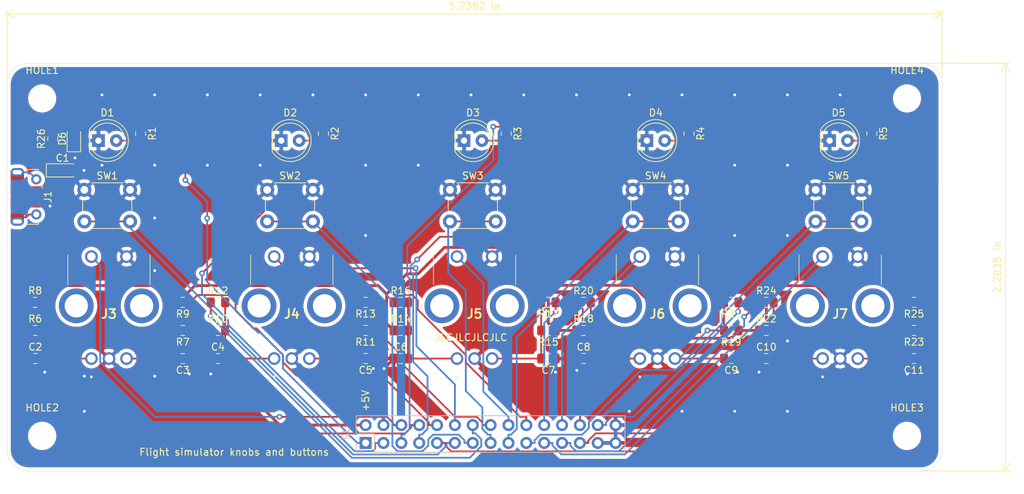
<source format=kicad_pcb>
(kicad_pcb (version 20171130) (host pcbnew "(5.1.6)-1")
  (layers (0 F.Cu signal) (31 B.Cu signal) (34 B.Paste user) (35 F.Paste user) (36 B.SilkS user) (37 F.SilkS user) (38 B.Mask user) (39 F.Mask user) (44 Edge.Cuts user))
  (net 0 "")
  (net 1 +5V)
  (net 2 GND)
  (net 3 "Net-(D1-Pad2)")
  (net 4 "Net-(D2-Pad2)")
  (net 5 "Net-(D3-Pad2)")
  (net 6 "Net-(D4-Pad2)")
  (net 7 "Net-(D5-Pad2)")
  (net 8 "Net-(J1-Pad6)")
  (net 9 "Net-(J1-Pad2)")
  (net 10 "Net-(J1-Pad4)")
  (net 11 "Net-(J1-Pad3)")
  (net 12 LED1)
  (net 13 LED2)
  (net 14 LED3)
  (net 15 ENC1_SW)
  (net 16 LED4)
  (net 17 ENC1_LEFT)
  (net 18 LED5)
  (net 19 ENC1_RIGHT)
  (net 20 SW1)
  (net 21 ENC2_SW)
  (net 22 SW2)
  (net 23 ENC2_LEFT)
  (net 24 SW3)
  (net 25 ENC2_RIGHT)
  (net 26 SW4)
  (net 27 ENC3_SW)
  (net 28 SW5)
  (net 29 ENC3_LEFT)
  (net 30 ENC5_SW)
  (net 31 ENC3_RIGHT)
  (net 32 ENC5_LEFT)
  (net 33 ENC4_SW)
  (net 34 ENC5_RIGHT)
  (net 35 ENC4_LEFT)
  (net 36 ENC4_RIGHT)
  (net 37 "Net-(J3-PadMH1)")
  (net 38 "Net-(J3-PadMH2)")
  (net 39 "Net-(J4-PadMH1)")
  (net 40 "Net-(J4-PadMH2)")
  (net 41 "Net-(J5-PadMH2)")
  (net 42 "Net-(J5-PadMH1)")
  (net 43 "Net-(J6-PadMH1)")
  (net 44 "Net-(J6-PadMH2)")
  (net 45 "Net-(J7-PadMH2)")
  (net 46 "Net-(J7-PadMH1)")
  (net 47 /Sheet5F80EAAA/A1)
  (net 48 /Sheet5F80EAAA/B1)
  (net 49 /sheet5F811880/A1)
  (net 50 /sheet5F811880/B1)
  (net 51 /sheet5F81197D/A1)
  (net 52 /sheet5F81197D/B1)
  (net 53 /sheet5F811AC6/A1)
  (net 54 /sheet5F811AC6/B1)
  (net 55 /sheet5F811C1F/A1)
  (net 56 /sheet5F811C1F/B1)
  (net 57 "Net-(D6-Pad2)")
  (module SamacSys_Parts:EN11HSM1BF20 (layer F.Cu) (at 139 105)
    (fp_text reference J6 (at 2.5 -6.35) (layer F.SilkS) (effects (font (size 1.27 1.27) (thickness 0.254))))
    (fp_text value EN11-HSM1BF20 hide)
    (pad A1 thru_hole circle (at 0 0) (size 1.8 1.8) (drill 1.2) (layers *.Cu *.Mask) (net 53 /sheet5F811AC6/A1))
    (pad B1 thru_hole circle (at 5 0) (size 1.8 1.8) (drill 1.2) (layers *.Cu *.Mask) (net 54 /sheet5F811AC6/B1))
    (pad C1 thru_hole circle (at 2.5 0) (size 1.8 1.8) (drill 1.2) (layers *.Cu *.Mask) (net 2 GND))
    (pad D1 thru_hole circle (at 0 -14.5) (size 1.8 1.8) (drill 1.2) (layers *.Cu *.Mask) (net 33 ENC4_SW))
    (pad E1 thru_hole circle (at 5 -14.5) (size 1.8 1.8) (drill 1.2) (layers *.Cu *.Mask) (net 2 GND))
    (pad MH1 thru_hole circle (at -2.15 -7.5) (size 4.95 4.95) (drill 3.3) (layers *.Cu *.Mask) (net 43 "Net-(J6-PadMH1)"))
    (pad MH2 thru_hole circle (at 7.15 -7.5) (size 4.95 4.95) (drill 3.3) (layers *.Cu *.Mask) (net 44 "Net-(J6-PadMH2)"))
  )
  (module MountingHole:MountingHole_3mm (layer F.Cu) (at 177 68)
    (fp_text reference HOLE4 (at 0 -4) (layer F.SilkS))
    (fp_text value MountingHole_3mm)
    (pad 1 np_thru_hole circle (at 0 0) (size 3 3) (drill 3) (layers *.Cu *.Mask))
  )
  (module MountingHole:MountingHole_3mm (layer F.Cu) (at 177 116)
    (fp_text reference HOLE3 (at 0 -4) (layer F.SilkS))
    (fp_text value MountingHole_3mm)
    (pad 1 np_thru_hole circle (at 0 0) (size 3 3) (drill 3) (layers *.Cu *.Mask))
  )
  (module MountingHole:MountingHole_3mm (layer F.Cu) (at 54 116)
    (fp_text reference HOLE2 (at 0 -4) (layer F.SilkS))
    (fp_text value MountingHole_3mm)
    (pad 1 np_thru_hole circle (at 0 0) (size 3 3) (drill 3) (layers *.Cu *.Mask))
  )
  (module MountingHole:MountingHole_3mm (layer F.Cu) (at 54 68)
    (fp_text reference HOLE1 (at 0 -4) (layer F.SilkS))
    (fp_text value MountingHole_3mm)
    (pad 1 np_thru_hole circle (at 0 0) (size 3 3) (drill 3) (layers *.Cu *.Mask))
  )
  (module Capacitor_Tantalum_SMD:CP_EIA-3216-18_Kemet-A (layer F.Cu) (at 56.896 78.232)
    (fp_text reference C1 (at 0 -1.75) (layer F.SilkS))
    (fp_text value 10uF)
    (pad 1 smd roundrect (at -1.35 0) (size 1.4 1.35) (layers F.Cu F.Paste F.Mask) (roundrect_rratio 0.185185) (net 1 +5V))
    (pad 2 smd roundrect (at 1.35 0) (size 1.4 1.35) (layers F.Cu F.Paste F.Mask) (roundrect_rratio 0.185185) (net 2 GND))
  )
  (module Capacitor_SMD:C_0805_2012Metric_Pad1.15x1.40mm_HandSolder (layer F.Cu) (at 53.025 105)
    (fp_text reference C2 (at 0 -1.65) (layer F.SilkS))
    (fp_text value 0.01uF)
    (pad 2 smd roundrect (at 1.025 0) (size 1.15 1.4) (layers F.Cu F.Paste F.Mask) (roundrect_rratio 0.217391) (net 47 /Sheet5F80EAAA/A1))
    (pad 1 smd roundrect (at -1.025 0) (size 1.15 1.4) (layers F.Cu F.Paste F.Mask) (roundrect_rratio 0.217391) (net 2 GND))
  )
  (module Capacitor_SMD:C_0805_2012Metric_Pad1.15x1.40mm_HandSolder (layer F.Cu) (at 74 105 180)
    (fp_text reference C3 (at 0 -1.65) (layer F.SilkS))
    (fp_text value 0.01uf)
    (pad 1 smd roundrect (at -1.025 0 180) (size 1.15 1.4) (layers F.Cu F.Paste F.Mask) (roundrect_rratio 0.217391) (net 2 GND))
    (pad 2 smd roundrect (at 1.025 0 180) (size 1.15 1.4) (layers F.Cu F.Paste F.Mask) (roundrect_rratio 0.217391) (net 48 /Sheet5F80EAAA/B1))
  )
  (module Capacitor_SMD:C_0805_2012Metric_Pad1.15x1.40mm_HandSolder (layer F.Cu) (at 79 105)
    (fp_text reference C4 (at 0 -1.65) (layer F.SilkS))
    (fp_text value 0.01uF)
    (pad 1 smd roundrect (at -1.025 0) (size 1.15 1.4) (layers F.Cu F.Paste F.Mask) (roundrect_rratio 0.217391) (net 2 GND))
    (pad 2 smd roundrect (at 1.025 0) (size 1.15 1.4) (layers F.Cu F.Paste F.Mask) (roundrect_rratio 0.217391) (net 49 /sheet5F811880/A1))
  )
  (module Capacitor_SMD:C_0805_2012Metric_Pad1.15x1.40mm_HandSolder (layer F.Cu) (at 100 105 180)
    (fp_text reference C5 (at 0 -1.65) (layer F.SilkS))
    (fp_text value 0.01uf)
    (pad 2 smd roundrect (at 1.025 0 180) (size 1.15 1.4) (layers F.Cu F.Paste F.Mask) (roundrect_rratio 0.217391) (net 50 /sheet5F811880/B1))
    (pad 1 smd roundrect (at -1.025 0 180) (size 1.15 1.4) (layers F.Cu F.Paste F.Mask) (roundrect_rratio 0.217391) (net 2 GND))
  )
  (module Capacitor_SMD:C_0805_2012Metric_Pad1.15x1.40mm_HandSolder (layer F.Cu) (at 105 105)
    (fp_text reference C6 (at 0 -1.65) (layer F.SilkS))
    (fp_text value 0.01uF)
    (pad 1 smd roundrect (at -1.025 0) (size 1.15 1.4) (layers F.Cu F.Paste F.Mask) (roundrect_rratio 0.217391) (net 2 GND))
    (pad 2 smd roundrect (at 1.025 0) (size 1.15 1.4) (layers F.Cu F.Paste F.Mask) (roundrect_rratio 0.217391) (net 51 /sheet5F81197D/A1))
  )
  (module Capacitor_SMD:C_0805_2012Metric_Pad1.15x1.40mm_HandSolder (layer F.Cu) (at 126 105 180)
    (fp_text reference C7 (at 0 -1.65) (layer F.SilkS))
    (fp_text value 0.01uf)
    (pad 2 smd roundrect (at 1.025 0 180) (size 1.15 1.4) (layers F.Cu F.Paste F.Mask) (roundrect_rratio 0.217391) (net 52 /sheet5F81197D/B1))
    (pad 1 smd roundrect (at -1.025 0 180) (size 1.15 1.4) (layers F.Cu F.Paste F.Mask) (roundrect_rratio 0.217391) (net 2 GND))
  )
  (module Capacitor_SMD:C_0805_2012Metric_Pad1.15x1.40mm_HandSolder (layer F.Cu) (at 131 105)
    (fp_text reference C8 (at 0 -1.65) (layer F.SilkS))
    (fp_text value 0.01uF)
    (pad 2 smd roundrect (at 1.025 0) (size 1.15 1.4) (layers F.Cu F.Paste F.Mask) (roundrect_rratio 0.217391) (net 53 /sheet5F811AC6/A1))
    (pad 1 smd roundrect (at -1.025 0) (size 1.15 1.4) (layers F.Cu F.Paste F.Mask) (roundrect_rratio 0.217391) (net 2 GND))
  )
  (module Capacitor_SMD:C_0805_2012Metric_Pad1.15x1.40mm_HandSolder (layer F.Cu) (at 152 105 180)
    (fp_text reference C9 (at 0 -1.65) (layer F.SilkS))
    (fp_text value 0.01uf)
    (pad 1 smd roundrect (at -1.025 0 180) (size 1.15 1.4) (layers F.Cu F.Paste F.Mask) (roundrect_rratio 0.217391) (net 2 GND))
    (pad 2 smd roundrect (at 1.025 0 180) (size 1.15 1.4) (layers F.Cu F.Paste F.Mask) (roundrect_rratio 0.217391) (net 54 /sheet5F811AC6/B1))
  )
  (module Capacitor_SMD:C_0805_2012Metric_Pad1.15x1.40mm_HandSolder (layer F.Cu) (at 157 105)
    (fp_text reference C10 (at 0 -1.65) (layer F.SilkS))
    (fp_text value 0.01uF)
    (pad 1 smd roundrect (at -1.025 0) (size 1.15 1.4) (layers F.Cu F.Paste F.Mask) (roundrect_rratio 0.217391) (net 2 GND))
    (pad 2 smd roundrect (at 1.025 0) (size 1.15 1.4) (layers F.Cu F.Paste F.Mask) (roundrect_rratio 0.217391) (net 55 /sheet5F811C1F/A1))
  )
  (module Capacitor_SMD:C_0805_2012Metric_Pad1.15x1.40mm_HandSolder (layer F.Cu) (at 178 105 180)
    (fp_text reference C11 (at 0 -1.65) (layer F.SilkS))
    (fp_text value 0.01uf)
    (pad 2 smd roundrect (at 1.025 0 180) (size 1.15 1.4) (layers F.Cu F.Paste F.Mask) (roundrect_rratio 0.217391) (net 56 /sheet5F811C1F/B1))
    (pad 1 smd roundrect (at -1.025 0 180) (size 1.15 1.4) (layers F.Cu F.Paste F.Mask) (roundrect_rratio 0.217391) (net 2 GND))
  )
  (module LED_THT:LED_D5.0mm (layer F.Cu) (at 62 74)
    (fp_text reference D1 (at 1.27 -3.96) (layer F.SilkS))
    (fp_text value LED)
    (pad 1 thru_hole rect (at 0 0) (size 1.8 1.8) (drill 0.9) (layers *.Cu *.Mask) (net 2 GND))
    (pad 2 thru_hole circle (at 2.54 0) (size 1.8 1.8) (drill 0.9) (layers *.Cu *.Mask) (net 3 "Net-(D1-Pad2)"))
  )
  (module LED_THT:LED_D5.0mm (layer F.Cu) (at 88 74)
    (fp_text reference D2 (at 1.27 -3.96) (layer F.SilkS))
    (fp_text value LED)
    (pad 2 thru_hole circle (at 2.54 0) (size 1.8 1.8) (drill 0.9) (layers *.Cu *.Mask) (net 4 "Net-(D2-Pad2)"))
    (pad 1 thru_hole rect (at 0 0) (size 1.8 1.8) (drill 0.9) (layers *.Cu *.Mask) (net 2 GND))
  )
  (module LED_THT:LED_D5.0mm (layer F.Cu) (at 114 74)
    (fp_text reference D3 (at 1.27 -3.96) (layer F.SilkS))
    (fp_text value LED)
    (pad 1 thru_hole rect (at 0 0) (size 1.8 1.8) (drill 0.9) (layers *.Cu *.Mask) (net 2 GND))
    (pad 2 thru_hole circle (at 2.54 0) (size 1.8 1.8) (drill 0.9) (layers *.Cu *.Mask) (net 5 "Net-(D3-Pad2)"))
  )
  (module LED_THT:LED_D5.0mm (layer F.Cu) (at 140 74)
    (fp_text reference D4 (at 1.27 -3.96) (layer F.SilkS))
    (fp_text value LED)
    (pad 2 thru_hole circle (at 2.54 0) (size 1.8 1.8) (drill 0.9) (layers *.Cu *.Mask) (net 6 "Net-(D4-Pad2)"))
    (pad 1 thru_hole rect (at 0 0) (size 1.8 1.8) (drill 0.9) (layers *.Cu *.Mask) (net 2 GND))
  )
  (module LED_THT:LED_D5.0mm (layer F.Cu) (at 166 74)
    (fp_text reference D5 (at 1.27 -3.96) (layer F.SilkS))
    (fp_text value LED)
    (pad 1 thru_hole rect (at 0 0) (size 1.8 1.8) (drill 0.9) (layers *.Cu *.Mask) (net 2 GND))
    (pad 2 thru_hole circle (at 2.54 0) (size 1.8 1.8) (drill 0.9) (layers *.Cu *.Mask) (net 7 "Net-(D5-Pad2)"))
  )
  (module Connector_USB:USB_Micro-B_Molex-105017-0001 (layer F.Cu) (at 51.7 82 270)
    (fp_text reference J1 (at 0 -3.1125 90) (layer F.SilkS))
    (fp_text value USB_B_Micro)
    (pad 6 smd rect (at 1 1.2375 270) (size 1.5 1.9) (layers F.Cu F.Paste F.Mask) (net 8 "Net-(J1-Pad6)"))
    (pad 6 thru_hole circle (at -2.5 -1.4625 270) (size 1.45 1.45) (drill 0.85) (layers *.Cu *.Mask) (net 8 "Net-(J1-Pad6)"))
    (pad 2 smd rect (at -0.65 -1.4625 270) (size 0.4 1.35) (layers F.Cu F.Paste F.Mask) (net 9 "Net-(J1-Pad2)"))
    (pad 1 smd rect (at -1.3 -1.4625 270) (size 0.4 1.35) (layers F.Cu F.Paste F.Mask) (net 1 +5V))
    (pad 5 smd rect (at 1.3 -1.4625 270) (size 0.4 1.35) (layers F.Cu F.Paste F.Mask) (net 2 GND))
    (pad 4 smd rect (at 0.65 -1.4625 270) (size 0.4 1.35) (layers F.Cu F.Paste F.Mask) (net 10 "Net-(J1-Pad4)"))
    (pad 3 smd rect (at 0 -1.4625 270) (size 0.4 1.35) (layers F.Cu F.Paste F.Mask) (net 11 "Net-(J1-Pad3)"))
    (pad 6 thru_hole circle (at 2.5 -1.4625 270) (size 1.45 1.45) (drill 0.85) (layers *.Cu *.Mask) (net 8 "Net-(J1-Pad6)"))
    (pad 6 smd rect (at -1 1.2375 270) (size 1.5 1.9) (layers F.Cu F.Paste F.Mask) (net 8 "Net-(J1-Pad6)"))
    (pad 6 thru_hole oval (at -3.5 1.2375 90) (size 1.2 1.9) (drill oval 0.6 1.3) (layers *.Cu *.Mask) (net 8 "Net-(J1-Pad6)"))
    (pad 6 thru_hole oval (at 3.5 1.2375 270) (size 1.2 1.9) (drill oval 0.6 1.3) (layers *.Cu *.Mask) (net 8 "Net-(J1-Pad6)"))
    (pad 6 smd rect (at 2.9 1.2375 270) (size 1.2 1.9) (layers F.Cu F.Mask) (net 8 "Net-(J1-Pad6)"))
    (pad 6 smd rect (at -2.9 1.2375 270) (size 1.2 1.9) (layers F.Cu F.Mask) (net 8 "Net-(J1-Pad6)"))
  )
  (module Connector_PinSocket_2.54mm:PinSocket_2x15_P2.54mm_Vertical (layer B.Cu) (at 100 117 270)
    (fp_text reference J2 (at -1.27 2.77 270) (layer B.SilkS) (effects (justify mirror)))
    (fp_text value Conn_02x15_Odd_Even)
    (pad 1 thru_hole rect (at 0 0 270) (size 1.7 1.7) (drill 1) (layers *.Cu *.Mask) (net 12 LED1))
    (pad 2 thru_hole oval (at -2.54 0 270) (size 1.7 1.7) (drill 1) (layers *.Cu *.Mask) (net 1 +5V))
    (pad 3 thru_hole oval (at 0 -2.54 270) (size 1.7 1.7) (drill 1) (layers *.Cu *.Mask) (net 13 LED2))
    (pad 4 thru_hole oval (at -2.54 -2.54 270) (size 1.7 1.7) (drill 1) (layers *.Cu *.Mask) (net 2 GND))
    (pad 5 thru_hole oval (at 0 -5.08 270) (size 1.7 1.7) (drill 1) (layers *.Cu *.Mask) (net 14 LED3))
    (pad 6 thru_hole oval (at -2.54 -5.08 270) (size 1.7 1.7) (drill 1) (layers *.Cu *.Mask) (net 15 ENC1_SW))
    (pad 7 thru_hole oval (at 0 -7.62 270) (size 1.7 1.7) (drill 1) (layers *.Cu *.Mask) (net 16 LED4))
    (pad 8 thru_hole oval (at -2.54 -7.62 270) (size 1.7 1.7) (drill 1) (layers *.Cu *.Mask) (net 17 ENC1_LEFT))
    (pad 9 thru_hole oval (at 0 -10.16 270) (size 1.7 1.7) (drill 1) (layers *.Cu *.Mask) (net 18 LED5))
    (pad 10 thru_hole oval (at -2.54 -10.16 270) (size 1.7 1.7) (drill 1) (layers *.Cu *.Mask) (net 19 ENC1_RIGHT))
    (pad 11 thru_hole oval (at 0 -12.7 270) (size 1.7 1.7) (drill 1) (layers *.Cu *.Mask) (net 20 SW1))
    (pad 12 thru_hole oval (at -2.54 -12.7 270) (size 1.7 1.7) (drill 1) (layers *.Cu *.Mask) (net 21 ENC2_SW))
    (pad 13 thru_hole oval (at 0 -15.24 270) (size 1.7 1.7) (drill 1) (layers *.Cu *.Mask) (net 22 SW2))
    (pad 14 thru_hole oval (at -2.54 -15.24 270) (size 1.7 1.7) (drill 1) (layers *.Cu *.Mask) (net 23 ENC2_LEFT))
    (pad 15 thru_hole oval (at 0 -17.78 270) (size 1.7 1.7) (drill 1) (layers *.Cu *.Mask) (net 24 SW3))
    (pad 16 thru_hole oval (at -2.54 -17.78 270) (size 1.7 1.7) (drill 1) (layers *.Cu *.Mask) (net 25 ENC2_RIGHT))
    (pad 17 thru_hole oval (at 0 -20.32 270) (size 1.7 1.7) (drill 1) (layers *.Cu *.Mask) (net 26 SW4))
    (pad 18 thru_hole oval (at -2.54 -20.32 270) (size 1.7 1.7) (drill 1) (layers *.Cu *.Mask) (net 27 ENC3_SW))
    (pad 19 thru_hole oval (at 0 -22.86 270) (size 1.7 1.7) (drill 1) (layers *.Cu *.Mask) (net 28 SW5))
    (pad 20 thru_hole oval (at -2.54 -22.86 270) (size 1.7 1.7) (drill 1) (layers *.Cu *.Mask) (net 29 ENC3_LEFT))
    (pad 21 thru_hole oval (at 0 -25.4 270) (size 1.7 1.7) (drill 1) (layers *.Cu *.Mask) (net 30 ENC5_SW))
    (pad 22 thru_hole oval (at -2.54 -25.4 270) (size 1.7 1.7) (drill 1) (layers *.Cu *.Mask) (net 31 ENC3_RIGHT))
    (pad 23 thru_hole oval (at 0 -27.94 270) (size 1.7 1.7) (drill 1) (layers *.Cu *.Mask) (net 32 ENC5_LEFT))
    (pad 24 thru_hole oval (at -2.54 -27.94 270) (size 1.7 1.7) (drill 1) (layers *.Cu *.Mask) (net 33 ENC4_SW))
    (pad 25 thru_hole oval (at 0 -30.48 270) (size 1.7 1.7) (drill 1) (layers *.Cu *.Mask) (net 34 ENC5_RIGHT))
    (pad 26 thru_hole oval (at -2.54 -30.48 270) (size 1.7 1.7) (drill 1) (layers *.Cu *.Mask) (net 35 ENC4_LEFT))
    (pad 27 thru_hole oval (at 0 -33.02 270) (size 1.7 1.7) (drill 1) (layers *.Cu *.Mask) (net 2 GND))
    (pad 28 thru_hole oval (at -2.54 -33.02 270) (size 1.7 1.7) (drill 1) (layers *.Cu *.Mask) (net 36 ENC4_RIGHT))
    (pad 29 thru_hole oval (at 0 -35.56 270) (size 1.7 1.7) (drill 1) (layers *.Cu *.Mask) (net 2 GND))
    (pad 30 thru_hole oval (at -2.54 -35.56 270) (size 1.7 1.7) (drill 1) (layers *.Cu *.Mask) (net 2 GND))
  )
  (module SamacSys_Parts:EN11HSM1BF20 (layer F.Cu) (at 61 105)
    (fp_text reference J3 (at 2.5 -6.35) (layer F.SilkS) (effects (font (size 1.27 1.27) (thickness 0.254))))
    (fp_text value EN11-HSM1BF20 hide)
    (pad A1 thru_hole circle (at 0 0) (size 1.8 1.8) (drill 1.2) (layers *.Cu *.Mask) (net 47 /Sheet5F80EAAA/A1))
    (pad B1 thru_hole circle (at 5 0) (size 1.8 1.8) (drill 1.2) (layers *.Cu *.Mask) (net 48 /Sheet5F80EAAA/B1))
    (pad C1 thru_hole circle (at 2.5 0) (size 1.8 1.8) (drill 1.2) (layers *.Cu *.Mask) (net 2 GND))
    (pad D1 thru_hole circle (at 0 -14.5) (size 1.8 1.8) (drill 1.2) (layers *.Cu *.Mask) (net 15 ENC1_SW))
    (pad E1 thru_hole circle (at 5 -14.5) (size 1.8 1.8) (drill 1.2) (layers *.Cu *.Mask) (net 2 GND))
    (pad MH1 thru_hole circle (at -2.15 -7.5) (size 4.95 4.95) (drill 3.3) (layers *.Cu *.Mask) (net 37 "Net-(J3-PadMH1)"))
    (pad MH2 thru_hole circle (at 7.15 -7.5) (size 4.95 4.95) (drill 3.3) (layers *.Cu *.Mask) (net 38 "Net-(J3-PadMH2)"))
  )
  (module SamacSys_Parts:EN11HSM1BF20 (layer F.Cu) (at 87 105)
    (fp_text reference J4 (at 2.5 -6.35) (layer F.SilkS) (effects (font (size 1.27 1.27) (thickness 0.254))))
    (fp_text value EN11-HSM1BF20 hide)
    (pad A1 thru_hole circle (at 0 0) (size 1.8 1.8) (drill 1.2) (layers *.Cu *.Mask) (net 49 /sheet5F811880/A1))
    (pad B1 thru_hole circle (at 5 0) (size 1.8 1.8) (drill 1.2) (layers *.Cu *.Mask) (net 50 /sheet5F811880/B1))
    (pad C1 thru_hole circle (at 2.5 0) (size 1.8 1.8) (drill 1.2) (layers *.Cu *.Mask) (net 2 GND))
    (pad D1 thru_hole circle (at 0 -14.5) (size 1.8 1.8) (drill 1.2) (layers *.Cu *.Mask) (net 21 ENC2_SW))
    (pad E1 thru_hole circle (at 5 -14.5) (size 1.8 1.8) (drill 1.2) (layers *.Cu *.Mask) (net 2 GND))
    (pad MH1 thru_hole circle (at -2.15 -7.5) (size 4.95 4.95) (drill 3.3) (layers *.Cu *.Mask) (net 39 "Net-(J4-PadMH1)"))
    (pad MH2 thru_hole circle (at 7.15 -7.5) (size 4.95 4.95) (drill 3.3) (layers *.Cu *.Mask) (net 40 "Net-(J4-PadMH2)"))
  )
  (module SamacSys_Parts:EN11HSM1BF20 (layer F.Cu) (at 113 105)
    (fp_text reference J5 (at 2.5 -6.35) (layer F.SilkS) (effects (font (size 1.27 1.27) (thickness 0.254))))
    (fp_text value EN11-HSM1BF20 hide)
    (pad MH2 thru_hole circle (at 7.15 -7.5) (size 4.95 4.95) (drill 3.3) (layers *.Cu *.Mask) (net 41 "Net-(J5-PadMH2)"))
    (pad MH1 thru_hole circle (at -2.15 -7.5) (size 4.95 4.95) (drill 3.3) (layers *.Cu *.Mask) (net 42 "Net-(J5-PadMH1)"))
    (pad E1 thru_hole circle (at 5 -14.5) (size 1.8 1.8) (drill 1.2) (layers *.Cu *.Mask) (net 2 GND))
    (pad D1 thru_hole circle (at 0 -14.5) (size 1.8 1.8) (drill 1.2) (layers *.Cu *.Mask) (net 27 ENC3_SW))
    (pad C1 thru_hole circle (at 2.5 0) (size 1.8 1.8) (drill 1.2) (layers *.Cu *.Mask) (net 2 GND))
    (pad B1 thru_hole circle (at 5 0) (size 1.8 1.8) (drill 1.2) (layers *.Cu *.Mask) (net 52 /sheet5F81197D/B1))
    (pad A1 thru_hole circle (at 0 0) (size 1.8 1.8) (drill 1.2) (layers *.Cu *.Mask) (net 51 /sheet5F81197D/A1))
  )
  (module SamacSys_Parts:EN11HSM1BF20 (layer F.Cu) (at 165 105)
    (fp_text reference J7 (at 2.5 -6.35) (layer F.SilkS) (effects (font (size 1.27 1.27) (thickness 0.254))))
    (fp_text value EN11-HSM1BF20 hide)
    (pad MH2 thru_hole circle (at 7.15 -7.5) (size 4.95 4.95) (drill 3.3) (layers *.Cu *.Mask) (net 45 "Net-(J7-PadMH2)"))
    (pad MH1 thru_hole circle (at -2.15 -7.5) (size 4.95 4.95) (drill 3.3) (layers *.Cu *.Mask) (net 46 "Net-(J7-PadMH1)"))
    (pad E1 thru_hole circle (at 5 -14.5) (size 1.8 1.8) (drill 1.2) (layers *.Cu *.Mask) (net 2 GND))
    (pad D1 thru_hole circle (at 0 -14.5) (size 1.8 1.8) (drill 1.2) (layers *.Cu *.Mask) (net 30 ENC5_SW))
    (pad C1 thru_hole circle (at 2.5 0) (size 1.8 1.8) (drill 1.2) (layers *.Cu *.Mask) (net 2 GND))
    (pad B1 thru_hole circle (at 5 0) (size 1.8 1.8) (drill 1.2) (layers *.Cu *.Mask) (net 56 /sheet5F811C1F/B1))
    (pad A1 thru_hole circle (at 0 0) (size 1.8 1.8) (drill 1.2) (layers *.Cu *.Mask) (net 55 /sheet5F811C1F/A1))
  )
  (module Resistor_SMD:R_0805_2012Metric_Pad1.15x1.40mm_HandSolder (layer F.Cu) (at 68 73 270)
    (fp_text reference R1 (at 0 -1.65 90) (layer F.SilkS))
    (fp_text value 220)
    (pad 1 smd roundrect (at -1.025 0 270) (size 1.15 1.4) (layers F.Cu F.Paste F.Mask) (roundrect_rratio 0.217391) (net 12 LED1))
    (pad 2 smd roundrect (at 1.025 0 270) (size 1.15 1.4) (layers F.Cu F.Paste F.Mask) (roundrect_rratio 0.217391) (net 3 "Net-(D1-Pad2)"))
  )
  (module Resistor_SMD:R_0805_2012Metric_Pad1.15x1.40mm_HandSolder (layer F.Cu) (at 94 73 270)
    (fp_text reference R2 (at 0 -1.65 90) (layer F.SilkS))
    (fp_text value 220)
    (pad 2 smd roundrect (at 1.025 0 270) (size 1.15 1.4) (layers F.Cu F.Paste F.Mask) (roundrect_rratio 0.217391) (net 4 "Net-(D2-Pad2)"))
    (pad 1 smd roundrect (at -1.025 0 270) (size 1.15 1.4) (layers F.Cu F.Paste F.Mask) (roundrect_rratio 0.217391) (net 13 LED2))
  )
  (module Resistor_SMD:R_0805_2012Metric_Pad1.15x1.40mm_HandSolder (layer F.Cu) (at 120 73 270)
    (fp_text reference R3 (at 0 -1.65 90) (layer F.SilkS))
    (fp_text value 220)
    (pad 1 smd roundrect (at -1.025 0 270) (size 1.15 1.4) (layers F.Cu F.Paste F.Mask) (roundrect_rratio 0.217391) (net 14 LED3))
    (pad 2 smd roundrect (at 1.025 0 270) (size 1.15 1.4) (layers F.Cu F.Paste F.Mask) (roundrect_rratio 0.217391) (net 5 "Net-(D3-Pad2)"))
  )
  (module Resistor_SMD:R_0805_2012Metric_Pad1.15x1.40mm_HandSolder (layer F.Cu) (at 146 73 270)
    (fp_text reference R4 (at 0 -1.65 90) (layer F.SilkS))
    (fp_text value 220)
    (pad 2 smd roundrect (at 1.025 0 270) (size 1.15 1.4) (layers F.Cu F.Paste F.Mask) (roundrect_rratio 0.217391) (net 6 "Net-(D4-Pad2)"))
    (pad 1 smd roundrect (at -1.025 0 270) (size 1.15 1.4) (layers F.Cu F.Paste F.Mask) (roundrect_rratio 0.217391) (net 16 LED4))
  )
  (module Resistor_SMD:R_0805_2012Metric_Pad1.15x1.40mm_HandSolder (layer F.Cu) (at 172 73 270)
    (fp_text reference R5 (at 0 -1.65 90) (layer F.SilkS))
    (fp_text value 220)
    (pad 1 smd roundrect (at -1.025 0 270) (size 1.15 1.4) (layers F.Cu F.Paste F.Mask) (roundrect_rratio 0.217391) (net 18 LED5))
    (pad 2 smd roundrect (at 1.025 0 270) (size 1.15 1.4) (layers F.Cu F.Paste F.Mask) (roundrect_rratio 0.217391) (net 7 "Net-(D5-Pad2)"))
  )
  (module Resistor_SMD:R_0805_2012Metric_Pad1.15x1.40mm_HandSolder (layer F.Cu) (at 53 101)
    (fp_text reference R6 (at 0 -1.65) (layer F.SilkS))
    (fp_text value 10k)
    (pad 2 smd roundrect (at 1.025 0) (size 1.15 1.4) (layers F.Cu F.Paste F.Mask) (roundrect_rratio 0.217391) (net 47 /Sheet5F80EAAA/A1))
    (pad 1 smd roundrect (at -1.025 0) (size 1.15 1.4) (layers F.Cu F.Paste F.Mask) (roundrect_rratio 0.217391) (net 1 +5V))
  )
  (module Resistor_SMD:R_0805_2012Metric_Pad1.15x1.40mm_HandSolder (layer F.Cu) (at 74 101 180)
    (fp_text reference R7 (at 0 -1.65) (layer F.SilkS))
    (fp_text value 10k)
    (pad 1 smd roundrect (at -1.025 0 180) (size 1.15 1.4) (layers F.Cu F.Paste F.Mask) (roundrect_rratio 0.217391) (net 1 +5V))
    (pad 2 smd roundrect (at 1.025 0 180) (size 1.15 1.4) (layers F.Cu F.Paste F.Mask) (roundrect_rratio 0.217391) (net 48 /Sheet5F80EAAA/B1))
  )
  (module Resistor_SMD:R_0805_2012Metric_Pad1.15x1.40mm_HandSolder (layer F.Cu) (at 53 97)
    (fp_text reference R8 (at 0 -1.65) (layer F.SilkS))
    (fp_text value 10k)
    (pad 1 smd roundrect (at -1.025 0) (size 1.15 1.4) (layers F.Cu F.Paste F.Mask) (roundrect_rratio 0.217391) (net 17 ENC1_LEFT))
    (pad 2 smd roundrect (at 1.025 0) (size 1.15 1.4) (layers F.Cu F.Paste F.Mask) (roundrect_rratio 0.217391) (net 47 /Sheet5F80EAAA/A1))
  )
  (module Resistor_SMD:R_0805_2012Metric_Pad1.15x1.40mm_HandSolder (layer F.Cu) (at 74 97 180)
    (fp_text reference R9 (at 0 -1.65) (layer F.SilkS))
    (fp_text value 10k)
    (pad 2 smd roundrect (at 1.025 0 180) (size 1.15 1.4) (layers F.Cu F.Paste F.Mask) (roundrect_rratio 0.217391) (net 48 /Sheet5F80EAAA/B1))
    (pad 1 smd roundrect (at -1.025 0 180) (size 1.15 1.4) (layers F.Cu F.Paste F.Mask) (roundrect_rratio 0.217391) (net 19 ENC1_RIGHT))
  )
  (module Resistor_SMD:R_0805_2012Metric_Pad1.15x1.40mm_HandSolder (layer F.Cu) (at 79 101)
    (fp_text reference R10 (at 0 -1.65) (layer F.SilkS))
    (fp_text value 10k)
    (pad 2 smd roundrect (at 1.025 0) (size 1.15 1.4) (layers F.Cu F.Paste F.Mask) (roundrect_rratio 0.217391) (net 49 /sheet5F811880/A1))
    (pad 1 smd roundrect (at -1.025 0) (size 1.15 1.4) (layers F.Cu F.Paste F.Mask) (roundrect_rratio 0.217391) (net 1 +5V))
  )
  (module Resistor_SMD:R_0805_2012Metric_Pad1.15x1.40mm_HandSolder (layer F.Cu) (at 100 101 180)
    (fp_text reference R11 (at 0 -1.65) (layer F.SilkS))
    (fp_text value 10k)
    (pad 2 smd roundrect (at 1.025 0 180) (size 1.15 1.4) (layers F.Cu F.Paste F.Mask) (roundrect_rratio 0.217391) (net 50 /sheet5F811880/B1))
    (pad 1 smd roundrect (at -1.025 0 180) (size 1.15 1.4) (layers F.Cu F.Paste F.Mask) (roundrect_rratio 0.217391) (net 1 +5V))
  )
  (module Resistor_SMD:R_0805_2012Metric_Pad1.15x1.40mm_HandSolder (layer F.Cu) (at 79 97)
    (fp_text reference R12 (at 0 -1.65) (layer F.SilkS))
    (fp_text value 10k)
    (pad 2 smd roundrect (at 1.025 0) (size 1.15 1.4) (layers F.Cu F.Paste F.Mask) (roundrect_rratio 0.217391) (net 49 /sheet5F811880/A1))
    (pad 1 smd roundrect (at -1.025 0) (size 1.15 1.4) (layers F.Cu F.Paste F.Mask) (roundrect_rratio 0.217391) (net 23 ENC2_LEFT))
  )
  (module Resistor_SMD:R_0805_2012Metric_Pad1.15x1.40mm_HandSolder (layer F.Cu) (at 100 97 180)
    (fp_text reference R13 (at 0 -1.65) (layer F.SilkS))
    (fp_text value 10k)
    (pad 1 smd roundrect (at -1.025 0 180) (size 1.15 1.4) (layers F.Cu F.Paste F.Mask) (roundrect_rratio 0.217391) (net 25 ENC2_RIGHT))
    (pad 2 smd roundrect (at 1.025 0 180) (size 1.15 1.4) (layers F.Cu F.Paste F.Mask) (roundrect_rratio 0.217391) (net 50 /sheet5F811880/B1))
  )
  (module Resistor_SMD:R_0805_2012Metric_Pad1.15x1.40mm_HandSolder (layer F.Cu) (at 105 101)
    (fp_text reference R14 (at 0 -1.65) (layer F.SilkS))
    (fp_text value 10k)
    (pad 1 smd roundrect (at -1.025 0) (size 1.15 1.4) (layers F.Cu F.Paste F.Mask) (roundrect_rratio 0.217391) (net 1 +5V))
    (pad 2 smd roundrect (at 1.025 0) (size 1.15 1.4) (layers F.Cu F.Paste F.Mask) (roundrect_rratio 0.217391) (net 51 /sheet5F81197D/A1))
  )
  (module Resistor_SMD:R_0805_2012Metric_Pad1.15x1.40mm_HandSolder (layer F.Cu) (at 126 101 180)
    (fp_text reference R15 (at 0 -1.65) (layer F.SilkS))
    (fp_text value 10k)
    (pad 2 smd roundrect (at 1.025 0 180) (size 1.15 1.4) (layers F.Cu F.Paste F.Mask) (roundrect_rratio 0.217391) (net 52 /sheet5F81197D/B1))
    (pad 1 smd roundrect (at -1.025 0 180) (size 1.15 1.4) (layers F.Cu F.Paste F.Mask) (roundrect_rratio 0.217391) (net 1 +5V))
  )
  (module Resistor_SMD:R_0805_2012Metric_Pad1.15x1.40mm_HandSolder (layer F.Cu) (at 105 97)
    (fp_text reference R16 (at 0 -1.65) (layer F.SilkS))
    (fp_text value 10k)
    (pad 1 smd roundrect (at -1.025 0) (size 1.15 1.4) (layers F.Cu F.Paste F.Mask) (roundrect_rratio 0.217391) (net 29 ENC3_LEFT))
    (pad 2 smd roundrect (at 1.025 0) (size 1.15 1.4) (layers F.Cu F.Paste F.Mask) (roundrect_rratio 0.217391) (net 51 /sheet5F81197D/A1))
  )
  (module Resistor_SMD:R_0805_2012Metric_Pad1.15x1.40mm_HandSolder (layer F.Cu) (at 126 97 180)
    (fp_text reference R17 (at 0 -1.65) (layer F.SilkS))
    (fp_text value 10k)
    (pad 1 smd roundrect (at -1.025 0 180) (size 1.15 1.4) (layers F.Cu F.Paste F.Mask) (roundrect_rratio 0.217391) (net 31 ENC3_RIGHT))
    (pad 2 smd roundrect (at 1.025 0 180) (size 1.15 1.4) (layers F.Cu F.Paste F.Mask) (roundrect_rratio 0.217391) (net 52 /sheet5F81197D/B1))
  )
  (module Resistor_SMD:R_0805_2012Metric_Pad1.15x1.40mm_HandSolder (layer F.Cu) (at 131 101)
    (fp_text reference R18 (at 0 -1.65) (layer F.SilkS))
    (fp_text value 10k)
    (pad 1 smd roundrect (at -1.025 0) (size 1.15 1.4) (layers F.Cu F.Paste F.Mask) (roundrect_rratio 0.217391) (net 1 +5V))
    (pad 2 smd roundrect (at 1.025 0) (size 1.15 1.4) (layers F.Cu F.Paste F.Mask) (roundrect_rratio 0.217391) (net 53 /sheet5F811AC6/A1))
  )
  (module Resistor_SMD:R_0805_2012Metric_Pad1.15x1.40mm_HandSolder (layer F.Cu) (at 152 101 180)
    (fp_text reference R19 (at 0 -1.65) (layer F.SilkS))
    (fp_text value 10k)
    (pad 2 smd roundrect (at 1.025 0 180) (size 1.15 1.4) (layers F.Cu F.Paste F.Mask) (roundrect_rratio 0.217391) (net 54 /sheet5F811AC6/B1))
    (pad 1 smd roundrect (at -1.025 0 180) (size 1.15 1.4) (layers F.Cu F.Paste F.Mask) (roundrect_rratio 0.217391) (net 1 +5V))
  )
  (module Resistor_SMD:R_0805_2012Metric_Pad1.15x1.40mm_HandSolder (layer F.Cu) (at 131 97)
    (fp_text reference R20 (at 0 -1.65) (layer F.SilkS))
    (fp_text value 10k)
    (pad 2 smd roundrect (at 1.025 0) (size 1.15 1.4) (layers F.Cu F.Paste F.Mask) (roundrect_rratio 0.217391) (net 53 /sheet5F811AC6/A1))
    (pad 1 smd roundrect (at -1.025 0) (size 1.15 1.4) (layers F.Cu F.Paste F.Mask) (roundrect_rratio 0.217391) (net 35 ENC4_LEFT))
  )
  (module Resistor_SMD:R_0805_2012Metric_Pad1.15x1.40mm_HandSolder (layer F.Cu) (at 152 97 180)
    (fp_text reference R21 (at 0 -1.65) (layer F.SilkS))
    (fp_text value 10k)
    (pad 1 smd roundrect (at -1.025 0 180) (size 1.15 1.4) (layers F.Cu F.Paste F.Mask) (roundrect_rratio 0.217391) (net 36 ENC4_RIGHT))
    (pad 2 smd roundrect (at 1.025 0 180) (size 1.15 1.4) (layers F.Cu F.Paste F.Mask) (roundrect_rratio 0.217391) (net 54 /sheet5F811AC6/B1))
  )
  (module Resistor_SMD:R_0805_2012Metric_Pad1.15x1.40mm_HandSolder (layer F.Cu) (at 157 101)
    (fp_text reference R22 (at 0 -1.65) (layer F.SilkS))
    (fp_text value 10k)
    (pad 1 smd roundrect (at -1.025 0) (size 1.15 1.4) (layers F.Cu F.Paste F.Mask) (roundrect_rratio 0.217391) (net 1 +5V))
    (pad 2 smd roundrect (at 1.025 0) (size 1.15 1.4) (layers F.Cu F.Paste F.Mask) (roundrect_rratio 0.217391) (net 55 /sheet5F811C1F/A1))
  )
  (module Resistor_SMD:R_0805_2012Metric_Pad1.15x1.40mm_HandSolder (layer F.Cu) (at 178 101 180)
    (fp_text reference R23 (at 0 -1.65) (layer F.SilkS))
    (fp_text value 10k)
    (pad 2 smd roundrect (at 1.025 0 180) (size 1.15 1.4) (layers F.Cu F.Paste F.Mask) (roundrect_rratio 0.217391) (net 56 /sheet5F811C1F/B1))
    (pad 1 smd roundrect (at -1.025 0 180) (size 1.15 1.4) (layers F.Cu F.Paste F.Mask) (roundrect_rratio 0.217391) (net 1 +5V))
  )
  (module Resistor_SMD:R_0805_2012Metric_Pad1.15x1.40mm_HandSolder (layer F.Cu) (at 157 97)
    (fp_text reference R24 (at 0 -1.65) (layer F.SilkS))
    (fp_text value 10k)
    (pad 2 smd roundrect (at 1.025 0) (size 1.15 1.4) (layers F.Cu F.Paste F.Mask) (roundrect_rratio 0.217391) (net 55 /sheet5F811C1F/A1))
    (pad 1 smd roundrect (at -1.025 0) (size 1.15 1.4) (layers F.Cu F.Paste F.Mask) (roundrect_rratio 0.217391) (net 32 ENC5_LEFT))
  )
  (module Resistor_SMD:R_0805_2012Metric_Pad1.15x1.40mm_HandSolder (layer F.Cu) (at 178 97 180)
    (fp_text reference R25 (at 0 -1.65) (layer F.SilkS))
    (fp_text value 10k)
    (pad 1 smd roundrect (at -1.025 0 180) (size 1.15 1.4) (layers F.Cu F.Paste F.Mask) (roundrect_rratio 0.217391) (net 34 ENC5_RIGHT))
    (pad 2 smd roundrect (at 1.025 0 180) (size 1.15 1.4) (layers F.Cu F.Paste F.Mask) (roundrect_rratio 0.217391) (net 56 /sheet5F811C1F/B1))
  )
  (module Button_Switch_THT:SW_PUSH_6mm_H8mm (layer F.Cu) (at 60 81)
    (fp_text reference SW1 (at 3.25 -2) (layer F.SilkS))
    (fp_text value SW_Push)
    (pad 2 thru_hole circle (at 0 4.5 90) (size 2 2) (drill 1.1) (layers *.Cu *.Mask) (net 20 SW1))
    (pad 1 thru_hole circle (at 0 0 90) (size 2 2) (drill 1.1) (layers *.Cu *.Mask) (net 2 GND))
    (pad 2 thru_hole circle (at 6.5 4.5 90) (size 2 2) (drill 1.1) (layers *.Cu *.Mask) (net 20 SW1))
    (pad 1 thru_hole circle (at 6.5 0 90) (size 2 2) (drill 1.1) (layers *.Cu *.Mask) (net 2 GND))
  )
  (module Button_Switch_THT:SW_PUSH_6mm_H8mm (layer F.Cu) (at 86 81)
    (fp_text reference SW2 (at 3.25 -2) (layer F.SilkS))
    (fp_text value SW_Push)
    (pad 1 thru_hole circle (at 6.5 0 90) (size 2 2) (drill 1.1) (layers *.Cu *.Mask) (net 2 GND))
    (pad 2 thru_hole circle (at 6.5 4.5 90) (size 2 2) (drill 1.1) (layers *.Cu *.Mask) (net 22 SW2))
    (pad 1 thru_hole circle (at 0 0 90) (size 2 2) (drill 1.1) (layers *.Cu *.Mask) (net 2 GND))
    (pad 2 thru_hole circle (at 0 4.5 90) (size 2 2) (drill 1.1) (layers *.Cu *.Mask) (net 22 SW2))
  )
  (module Button_Switch_THT:SW_PUSH_6mm_H8mm (layer F.Cu) (at 112 81)
    (fp_text reference SW3 (at 3.25 -2) (layer F.SilkS))
    (fp_text value SW_Push)
    (pad 2 thru_hole circle (at 0 4.5 90) (size 2 2) (drill 1.1) (layers *.Cu *.Mask) (net 24 SW3))
    (pad 1 thru_hole circle (at 0 0 90) (size 2 2) (drill 1.1) (layers *.Cu *.Mask) (net 2 GND))
    (pad 2 thru_hole circle (at 6.5 4.5 90) (size 2 2) (drill 1.1) (layers *.Cu *.Mask) (net 24 SW3))
    (pad 1 thru_hole circle (at 6.5 0 90) (size 2 2) (drill 1.1) (layers *.Cu *.Mask) (net 2 GND))
  )
  (module Button_Switch_THT:SW_PUSH_6mm_H8mm (layer F.Cu) (at 138 81)
    (fp_text reference SW4 (at 3.25 -2) (layer F.SilkS))
    (fp_text value SW_Push)
    (pad 1 thru_hole circle (at 6.5 0 90) (size 2 2) (drill 1.1) (layers *.Cu *.Mask) (net 2 GND))
    (pad 2 thru_hole circle (at 6.5 4.5 90) (size 2 2) (drill 1.1) (layers *.Cu *.Mask) (net 26 SW4))
    (pad 1 thru_hole circle (at 0 0 90) (size 2 2) (drill 1.1) (layers *.Cu *.Mask) (net 2 GND))
    (pad 2 thru_hole circle (at 0 4.5 90) (size 2 2) (drill 1.1) (layers *.Cu *.Mask) (net 26 SW4))
  )
  (module Button_Switch_THT:SW_PUSH_6mm_H8mm (layer F.Cu) (at 164 81)
    (fp_text reference SW5 (at 3.25 -2) (layer F.SilkS))
    (fp_text value SW_Push)
    (pad 2 thru_hole circle (at 0 4.5 90) (size 2 2) (drill 1.1) (layers *.Cu *.Mask) (net 28 SW5))
    (pad 1 thru_hole circle (at 0 0 90) (size 2 2) (drill 1.1) (layers *.Cu *.Mask) (net 2 GND))
    (pad 2 thru_hole circle (at 6.5 4.5 90) (size 2 2) (drill 1.1) (layers *.Cu *.Mask) (net 28 SW5))
    (pad 1 thru_hole circle (at 6.5 0 90) (size 2 2) (drill 1.1) (layers *.Cu *.Mask) (net 2 GND))
  )
  (module LED_SMD:LED_0805_2012Metric_Pad1.15x1.40mm_HandSolder (layer F.Cu) (at 58.508 73.73 90)
    (fp_text reference D6 (at 0 -1.65 90) (layer F.SilkS))
    (fp_text value LED)
    (pad 1 smd roundrect (at -1.025 0 90) (size 1.15 1.4) (layers F.Cu F.Paste F.Mask) (roundrect_rratio 0.217391) (net 2 GND))
    (pad 2 smd roundrect (at 1.025 0 90) (size 1.15 1.4) (layers F.Cu F.Paste F.Mask) (roundrect_rratio 0.217391) (net 57 "Net-(D6-Pad2)"))
  )
  (module Resistor_SMD:R_0805_2012Metric_Pad1.15x1.40mm_HandSolder (layer F.Cu) (at 55.508 73.73 90)
    (fp_text reference R26 (at 0 -1.65 90) (layer F.SilkS))
    (fp_text value 220)
    (pad 1 smd roundrect (at -1.025 0 90) (size 1.15 1.4) (layers F.Cu F.Paste F.Mask) (roundrect_rratio 0.217391) (net 1 +5V))
    (pad 2 smd roundrect (at 1.025 0 90) (size 1.15 1.4) (layers F.Cu F.Paste F.Mask) (roundrect_rratio 0.217391) (net 57 "Net-(D6-Pad2)"))
  )
  (gr_text JLCJLCJLCJLC (at 115 102) (layer F.SilkS) (effects (font (size 1 1))))
  (dimension 58 (width 0.12) (layer F.SilkS) (gr_text "58.000 mm" (at 192.27 92 270) (layer F.SilkS) (effects (font (size 1 1) (thickness 0.15)))) (feature1 (pts (xy 179 121) (xy 191.586421 121))) (feature2 (pts (xy 179 63) (xy 191.586421 63))) (crossbar (pts (xy 191 63) (xy 191 121))) (arrow1a (pts (xy 191 121) (xy 190.413579 119.873496))) (arrow1b (pts (xy 191 121) (xy 191.586421 119.873496))) (arrow2a (pts (xy 191 63) (xy 190.413579 64.126504))) (arrow2b (pts (xy 191 63) (xy 191.586421 64.126504))))
  (dimension 133 (width 0.12) (layer F.SilkS) (gr_text "133.000 mm" (at 115.5 54.73) (layer F.SilkS) (effects (font (size 1 1) (thickness 0.15)))) (feature1 (pts (xy 182 65) (xy 182 55.413579))) (feature2 (pts (xy 49 65) (xy 49 55.413579))) (crossbar (pts (xy 49 56) (xy 182 56))) (arrow1a (pts (xy 182 56) (xy 180.873496 56.586421))) (arrow1b (pts (xy 182 56) (xy 180.873496 55.413579))) (arrow2a (pts (xy 49 56) (xy 50.126504 56.586421))) (arrow2b (pts (xy 49 56) (xy 50.126504 55.413579))))
  (gr_text +5V (at 100 111 90) (layer F.SilkS) (effects (font (size 1 1))))
  (gr_text "Flight simulator knobs and buttons" (at 81.3 118.3) (layer F.SilkS) (effects (font (size 1 1))))
  (gr_text v1.0.0 (at 62.5 118.3) (layer F.Cu) (effects (font (size 1.5 1.5) (thickness 0.3))))
  (gr_line (start 49 118) (end 49 66) (layer Edge.Cuts) (width 0.05))
  (gr_line (start 179 121) (end 52 121) (layer Edge.Cuts) (width 0.05))
  (gr_line (start 182 66) (end 182 118) (layer Edge.Cuts) (width 0.05))
  (gr_line (start 52 63) (end 179 63) (layer Edge.Cuts) (width 0.05))
  (gr_arc (start 52 66) (end 52 63) (angle -90) (layer Edge.Cuts) (width 0.05))
  (gr_arc (start 179 66) (end 182 66) (angle -90) (layer Edge.Cuts) (width 0.05))
  (gr_arc (start 179 118) (end 179 121) (angle -90) (layer Edge.Cuts) (width 0.05))
  (gr_arc (start 52 118) (end 49 118) (angle -90) (layer Edge.Cuts) (width 0.05))
  (segment (start 54.2378 80.7) (end 55.546 79.3918) (width 0.4) (layer F.Cu) (net 1))
  (segment (start 55.546 79.3918) (end 55.546 78.232) (width 0.4) (layer F.Cu) (net 1))
  (segment (start 54.6536 94.6116) (end 53 96.2652) (width 0.4) (layer F.Cu) (net 1))
  (segment (start 53 96.2652) (end 53 99.975) (width 0.4) (layer F.Cu) (net 1))
  (segment (start 53 99.975) (end 51.975 101) (width 0.4) (layer F.Cu) (net 1))
  (segment (start 74 96.3303) (end 72.2813 94.6116) (width 0.4) (layer F.Cu) (net 1))
  (segment (start 72.2813 94.6116) (end 54.6536 94.6116) (width 0.4) (layer F.Cu) (net 1))
  (segment (start 53.1625 80.7) (end 54.2378 80.7) (width 0.4) (layer F.Cu) (net 1))
  (segment (start 102.9913 95.8227) (end 105.8632 92.9508) (width 0.4) (layer F.Cu) (net 1))
  (segment (start 105.8632 92.9508) (end 107.453 92.9508) (width 0.4) (layer F.Cu) (net 1))
  (segment (start 107.453 92.9508) (end 111.208 89.1958) (width 0.4) (layer F.Cu) (net 1))
  (segment (start 111.208 89.1958) (end 120.6006 89.1958) (width 0.4) (layer F.Cu) (net 1))
  (segment (start 120.6006 89.1958) (end 125.9844 94.5796) (width 0.4) (layer F.Cu) (net 1))
  (segment (start 102.9913 100.0163) (end 103.975 101) (width 0.4) (layer F.Cu) (net 1))
  (segment (start 102.9913 95.8227) (end 102.9913 100.0163) (width 0.4) (layer F.Cu) (net 1))
  (segment (start 102.9913 100.0163) (end 102.0087 100.0163) (width 0.4) (layer F.Cu) (net 1))
  (segment (start 102.0087 100.0163) (end 101.025 101) (width 0.4) (layer F.Cu) (net 1))
  (segment (start 102.9913 95.8227) (end 101.7914 94.6228) (width 0.4) (layer F.Cu) (net 1))
  (segment (start 101.7914 94.6228) (end 75.7075 94.6228) (width 0.4) (layer F.Cu) (net 1))
  (segment (start 75.7075 94.6228) (end 74 96.3303) (width 0.4) (layer F.Cu) (net 1))
  (segment (start 125.9844 94.5796) (end 125.9844 99.9594) (width 0.4) (layer F.Cu) (net 1))
  (segment (start 125.9844 99.9594) (end 127.025 101) (width 0.4) (layer F.Cu) (net 1))
  (segment (start 153.025 101) (end 151.9138 102.1112) (width 0.4) (layer F.Cu) (net 1))
  (segment (start 151.9138 102.1112) (end 145.5335 102.1112) (width 0.4) (layer F.Cu) (net 1))
  (segment (start 145.5335 102.1112) (end 138.0019 94.5796) (width 0.4) (layer F.Cu) (net 1))
  (segment (start 138.0019 94.5796) (end 125.9844 94.5796) (width 0.4) (layer F.Cu) (net 1))
  (segment (start 75.025 101) (end 74 99.975) (width 0.4) (layer F.Cu) (net 1))
  (segment (start 74 99.975) (end 74 96.3303) (width 0.4) (layer F.Cu) (net 1))
  (segment (start 77.975 101) (end 75.025 101) (width 0.4) (layer F.Cu) (net 1))
  (segment (start 55.508 74.755) (end 55.508 78.194) (width 0.4) (layer F.Cu) (net 1))
  (segment (start 55.508 78.194) (end 55.546 78.232) (width 0.4) (layer F.Cu) (net 1))
  (segment (start 155.975 101) (end 157 99.975) (width 0.4) (layer F.Cu) (net 1))
  (segment (start 157 99.975) (end 157 96.2722) (width 0.4) (layer F.Cu) (net 1))
  (segment (start 157 96.2722) (end 158.6477 94.6245) (width 0.4) (layer F.Cu) (net 1))
  (segment (start 158.6477 94.6245) (end 164.0468 94.6245) (width 0.4) (layer F.Cu) (net 1))
  (segment (start 164.0468 94.6245) (end 171.55 102.1277) (width 0.4) (layer F.Cu) (net 1))
  (segment (start 171.55 102.1277) (end 177.8973 102.1277) (width 0.4) (layer F.Cu) (net 1))
  (segment (start 177.8973 102.1277) (end 179.025 101) (width 0.4) (layer F.Cu) (net 1))
  (segment (start 155.975 101) (end 153.025 101) (width 0.4) (layer F.Cu) (net 1))
  (segment (start 127.025 101) (end 129.975 101) (width 0.4) (layer F.Cu) (net 1))
  (segment (start 100 114.46) (end 87.7869 114.46) (width 0.4) (layer F.Cu) (net 1))
  (segment (start 87.7869 114.46) (end 79 105.6731) (width 0.4) (layer F.Cu) (net 1))
  (segment (start 79 105.6731) (end 79 102.025) (width 0.4) (layer F.Cu) (net 1))
  (segment (start 79 102.025) (end 77.975 101) (width 0.4) (layer F.Cu) (net 1))
  (segment (start 55.918002 83.696002) (end 55.918002 82.380202) (width 0.4) (layer F.Cu) (net 1))
  (segment (start 55.918002 82.380202) (end 54.2378 80.7) (width 0.4) (layer F.Cu) (net 1))
  (segment (start 54.6536 94.6116) (end 54.6536 84.960404) (width 0.4) (layer F.Cu) (net 1))
  (segment (start 54.6536 84.960404) (end 55.918002 83.696002) (width 0.4) (layer F.Cu) (net 1))
  (via (at 62.5 67.5) (size 0.8) (drill 0.4) (layers F.Cu B.Cu) (net 2))
  (via (at 70 67.5) (size 0.8) (drill 0.4) (layers F.Cu B.Cu) (net 2))
  (via (at 77.5 67.5) (size 0.8) (drill 0.4) (layers F.Cu B.Cu) (net 2))
  (via (at 85 67.5) (size 0.8) (drill 0.4) (layers F.Cu B.Cu) (net 2))
  (via (at 92.5 67.5) (size 0.8) (drill 0.4) (layers F.Cu B.Cu) (net 2))
  (via (at 100 67.5) (size 0.8) (drill 0.4) (layers F.Cu B.Cu) (net 2))
  (via (at 107.5 67.5) (size 0.8) (drill 0.4) (layers F.Cu B.Cu) (net 2))
  (via (at 115 67.5) (size 0.8) (drill 0.4) (layers F.Cu B.Cu) (net 2))
  (via (at 122.5 67.5) (size 0.8) (drill 0.4) (layers F.Cu B.Cu) (net 2))
  (via (at 130 67.5) (size 0.8) (drill 0.4) (layers F.Cu B.Cu) (net 2))
  (via (at 137.5 67.5) (size 0.8) (drill 0.4) (layers F.Cu B.Cu) (net 2))
  (via (at 145 67.5) (size 0.8) (drill 0.4) (layers F.Cu B.Cu) (net 2))
  (via (at 152.5 67.5) (size 0.8) (drill 0.4) (layers F.Cu B.Cu) (net 2))
  (via (at 160 67.5) (size 0.8) (drill 0.4) (layers F.Cu B.Cu) (net 2))
  (via (at 167.5 67.5) (size 0.8) (drill 0.4) (layers F.Cu B.Cu) (net 2))
  (via (at 152.5 77.5) (size 0.8) (drill 0.4) (layers F.Cu B.Cu) (net 2))
  (via (at 152.5 87.5) (size 0.8) (drill 0.4) (layers F.Cu B.Cu) (net 2))
  (via (at 160 77.5) (size 0.8) (drill 0.4) (layers F.Cu B.Cu) (net 2))
  (via (at 160 87.5) (size 0.8) (drill 0.4) (layers F.Cu B.Cu) (net 2))
  (via (at 160 102.5) (size 0.8) (drill 0.4) (layers F.Cu B.Cu) (net 2))
  (via (at 160 112.5) (size 0.8) (drill 0.4) (layers F.Cu B.Cu) (net 2))
  (via (at 152.5 112.5) (size 0.8) (drill 0.4) (layers F.Cu B.Cu) (net 2))
  (via (at 145 112.5) (size 0.8) (drill 0.4) (layers F.Cu B.Cu) (net 2))
  (via (at 137.5 112.5) (size 0.8) (drill 0.4) (layers F.Cu B.Cu) (net 2))
  (via (at 100 77.5) (size 0.8) (drill 0.4) (layers F.Cu B.Cu) (net 2))
  (via (at 100 87.5) (size 0.8) (drill 0.4) (layers F.Cu B.Cu) (net 2))
  (via (at 107.5 77.5) (size 0.8) (drill 0.4) (layers F.Cu B.Cu) (net 2))
  (via (at 77.5 77.5) (size 0.8) (drill 0.4) (layers F.Cu B.Cu) (net 2))
  (via (at 85 77.5) (size 0.8) (drill 0.4) (layers F.Cu B.Cu) (net 2))
  (via (at 70 77.5) (size 0.8) (drill 0.4) (layers F.Cu B.Cu) (net 2))
  (via (at 62.5 77.5) (size 0.8) (drill 0.4) (layers F.Cu B.Cu) (net 2))
  (via (at 70 85) (size 0.8) (drill 0.4) (layers F.Cu B.Cu) (net 2))
  (via (at 70 92.5) (size 0.8) (drill 0.4) (layers F.Cu B.Cu) (net 2))
  (via (at 59.944 78.232) (size 0.8) (drill 0.4) (layers F.Cu B.Cu) (net 2))
  (segment (start 58.246 78.232) (end 59.944 78.232) (width 0.4) (layer F.Cu) (net 2))
  (via (at 58.674 76.454) (size 0.8) (drill 0.4) (layers F.Cu B.Cu) (net 2))
  (segment (start 58.508 74.755) (end 58.508 76.288) (width 0.4) (layer F.Cu) (net 2))
  (segment (start 58.508 76.288) (end 58.674 76.454) (width 0.4) (layer F.Cu) (net 2))
  (segment (start 53.1625 83.3) (end 53.098 83.3) (width 0.4) (layer F.Cu) (net 2))
  (via (at 55.118 83.312) (size 0.8) (drill 0.4) (layers F.Cu B.Cu) (net 2))
  (segment (start 53.11 83.312) (end 55.118 83.312) (width 0.4) (layer F.Cu) (net 2))
  (segment (start 53.098 83.3) (end 53.11 83.312) (width 0.4) (layer F.Cu) (net 2))
  (segment (start 52 105) (end 52.226 105) (width 0.4) (layer F.Cu) (net 2))
  (via (at 54.356 106.934) (size 0.8) (drill 0.4) (layers F.Cu B.Cu) (net 2))
  (segment (start 52.226 105) (end 54.16 106.934) (width 0.4) (layer F.Cu) (net 2))
  (segment (start 54.16 106.934) (end 54.356 106.934) (width 0.4) (layer F.Cu) (net 2))
  (via (at 74.93 107.188) (size 0.8) (drill 0.4) (layers F.Cu B.Cu) (net 2))
  (segment (start 75.025 105) (end 75.025 107.093) (width 0.4) (layer F.Cu) (net 2))
  (segment (start 75.025 107.093) (end 74.93 107.188) (width 0.4) (layer F.Cu) (net 2))
  (segment (start 77.975 105) (end 77.975 105.153) (width 0.4) (layer F.Cu) (net 2))
  (via (at 77.978 107.188) (size 0.8) (drill 0.4) (layers F.Cu B.Cu) (net 2))
  (segment (start 77.975 105) (end 77.975 107.185) (width 0.4) (layer F.Cu) (net 2))
  (segment (start 77.975 107.185) (end 77.978 107.188) (width 0.4) (layer F.Cu) (net 2))
  (via (at 101.092 106.426) (size 0.8) (drill 0.4) (layers F.Cu B.Cu) (net 2))
  (segment (start 101.025 105) (end 101.025 106.359) (width 0.4) (layer F.Cu) (net 2))
  (segment (start 101.025 106.359) (end 101.092 106.426) (width 0.4) (layer F.Cu) (net 2))
  (via (at 102.616 106.426) (size 0.8) (drill 0.4) (layers F.Cu B.Cu) (net 2))
  (segment (start 103.975 105) (end 103.975 105.067) (width 0.4) (layer F.Cu) (net 2))
  (segment (start 103.975 105.067) (end 102.616 106.426) (width 0.4) (layer F.Cu) (net 2))
  (via (at 127 106.934) (size 0.8) (drill 0.4) (layers F.Cu B.Cu) (net 2))
  (segment (start 127.025 105) (end 127.025 106.909) (width 0.4) (layer F.Cu) (net 2))
  (segment (start 127.025 106.909) (end 127 106.934) (width 0.4) (layer F.Cu) (net 2))
  (segment (start 129.975 105) (end 129.975 106.607) (width 0.4) (layer F.Cu) (net 2))
  (via (at 130.048 106.68) (size 0.8) (drill 0.4) (layers F.Cu B.Cu) (net 2))
  (segment (start 129.975 106.607) (end 130.048 106.68) (width 0.4) (layer F.Cu) (net 2))
  (segment (start 153.025 105) (end 153.006 105) (width 0.4) (layer F.Cu) (net 2))
  (segment (start 153.006 105) (end 152.908 105.098) (width 0.4) (layer F.Cu) (net 2))
  (via (at 152.908 106.934) (size 0.8) (drill 0.4) (layers F.Cu B.Cu) (net 2))
  (segment (start 152.908 105.098) (end 152.908 106.934) (width 0.4) (layer F.Cu) (net 2))
  (via (at 155.956 106.934) (size 0.8) (drill 0.4) (layers F.Cu B.Cu) (net 2))
  (segment (start 155.975 105) (end 155.975 106.915) (width 0.4) (layer F.Cu) (net 2))
  (segment (start 155.975 106.915) (end 155.956 106.934) (width 0.4) (layer F.Cu) (net 2))
  (via (at 177.038 107.188) (size 0.8) (drill 0.4) (layers F.Cu B.Cu) (net 2))
  (segment (start 179.025 105) (end 179.025 105.201) (width 0.4) (layer F.Cu) (net 2))
  (segment (start 179.025 105.201) (end 177.038 107.188) (width 0.4) (layer F.Cu) (net 2))
  (via (at 70 107.5) (size 0.8) (drill 0.4) (layers F.Cu B.Cu) (net 2))
  (via (at 60 107.5) (size 0.8) (drill 0.4) (layers F.Cu B.Cu) (net 2))
  (via (at 60 112.5) (size 0.8) (drill 0.4) (layers F.Cu B.Cu) (net 2))
  (segment (start 64.54 74) (end 67.975 74) (width 0.25) (layer F.Cu) (net 3))
  (segment (start 67.975 74) (end 68 74.025) (width 0.25) (layer F.Cu) (net 3))
  (segment (start 90.54 74) (end 93.975 74) (width 0.25) (layer F.Cu) (net 4))
  (segment (start 93.975 74) (end 94 74.025) (width 0.25) (layer F.Cu) (net 4))
  (segment (start 116.54 74) (end 119.975 74) (width 0.25) (layer F.Cu) (net 5))
  (segment (start 119.975 74) (end 120 74.025) (width 0.25) (layer F.Cu) (net 5))
  (segment (start 142.54 74) (end 145.975 74) (width 0.25) (layer F.Cu) (net 6))
  (segment (start 145.975 74) (end 146 74.025) (width 0.25) (layer F.Cu) (net 6))
  (segment (start 168.54 74) (end 171.975 74) (width 0.25) (layer F.Cu) (net 7))
  (segment (start 171.975 74) (end 172 74.025) (width 0.25) (layer F.Cu) (net 7))
  (segment (start 50.4625 78.5) (end 52.1625 78.5) (width 0.25) (layer B.Cu) (net 8))
  (segment (start 52.1625 78.5) (end 53.1625 79.5) (width 0.25) (layer B.Cu) (net 8))
  (segment (start 50.4625 79.1) (end 50.4625 79.9247) (width 0.25) (layer F.Cu) (net 8))
  (segment (start 50.4625 81) (end 50.4625 83) (width 0.25) (layer F.Cu) (net 8))
  (segment (start 50.4625 80.4623) (end 50.4625 81) (width 0.25) (layer F.Cu) (net 8))
  (segment (start 50.4625 80.4623) (end 50.4625 79.9247) (width 0.25) (layer F.Cu) (net 8))
  (segment (start 50.4625 79.1) (end 50.4625 78.5) (width 0.25) (layer F.Cu) (net 8))
  (segment (start 50.4625 84.9) (end 51.7378 84.9) (width 0.25) (layer F.Cu) (net 8))
  (segment (start 53.1625 84.5) (end 52.1378 84.5) (width 0.25) (layer F.Cu) (net 8))
  (segment (start 52.1378 84.5) (end 51.7378 84.9) (width 0.25) (layer F.Cu) (net 8))
  (segment (start 50.4625 84.9) (end 50.4625 84.0753) (width 0.25) (layer F.Cu) (net 8))
  (segment (start 50.4625 84.9) (end 50.4625 85.5) (width 0.25) (layer F.Cu) (net 8))
  (segment (start 50.4625 83) (end 50.4625 84.0753) (width 0.25) (layer F.Cu) (net 8))
  (segment (start 98.8247 117) (end 88.25 106.4253) (width 0.25) (layer B.Cu) (net 12))
  (segment (start 88.25 106.4253) (end 88.25 104.517) (width 0.25) (layer B.Cu) (net 12))
  (segment (start 88.25 104.517) (end 85.0489 101.3159) (width 0.25) (layer B.Cu) (net 12))
  (segment (start 85.0489 101.3159) (end 84.7031 101.3159) (width 0.25) (layer B.Cu) (net 12))
  (segment (start 84.7031 101.3159) (end 77.4625 94.0753) (width 0.25) (layer B.Cu) (net 12))
  (segment (start 77.4625 94.0753) (end 77.4625 85.0375) (width 0.25) (layer B.Cu) (net 12))
  (segment (start 77.4625 82.7074) (end 74.3651 79.61) (width 0.25) (layer B.Cu) (net 12))
  (segment (start 100 117) (end 98.8247 117) (width 0.25) (layer B.Cu) (net 12))
  (segment (start 74.3651 79.61) (end 74.3651 78.3401) (width 0.25) (layer F.Cu) (net 12))
  (segment (start 74.3651 78.3401) (end 68 71.975) (width 0.25) (layer F.Cu) (net 12))
  (via (at 74.3651 79.61) (size 0.8) (layers F.Cu B.Cu) (net 12))
  (segment (start 77.4625 85.0375) (end 77.4625 82.7074) (width 0.25) (layer B.Cu) (net 12))
  (via (at 77.4625 85.0375) (size 0.8) (drill 0.4) (layers F.Cu B.Cu) (net 12))
  (segment (start 101.3647 117) (end 101.3647 117.808) (width 0.25) (layer B.Cu) (net 13))
  (segment (start 101.3647 117.808) (end 100.9973 118.1754) (width 0.25) (layer B.Cu) (net 13))
  (segment (start 100.9973 118.1754) (end 98.4403 118.1754) (width 0.25) (layer B.Cu) (net 13))
  (segment (start 98.4403 118.1754) (end 80.4394 100.1745) (width 0.25) (layer B.Cu) (net 13))
  (segment (start 80.4394 100.1745) (end 80.4394 99.5377) (width 0.25) (layer B.Cu) (net 13))
  (segment (start 80.4394 99.5377) (end 76.7372 95.8355) (width 0.25) (layer B.Cu) (net 13))
  (segment (start 76.7372 95.8355) (end 76.7372 92.8764) (width 0.25) (layer B.Cu) (net 13))
  (segment (start 76.7372 92.8764) (end 95.0768 74.5368) (width 0.25) (layer F.Cu) (net 13))
  (segment (start 95.0768 74.5368) (end 95.0768 73.0518) (width 0.25) (layer F.Cu) (net 13))
  (segment (start 95.0768 73.0518) (end 94 71.975) (width 0.25) (layer F.Cu) (net 13))
  (segment (start 102.54 117) (end 101.3647 117) (width 0.25) (layer B.Cu) (net 13))
  (via (at 76.7372 92.8764) (size 0.8) (layers F.Cu B.Cu) (net 13))
  (segment (start 118.1531 72.0217) (end 118.1531 76.7685) (width 0.25) (layer B.Cu) (net 14))
  (segment (start 118.1531 76.7685) (end 105.9254 88.9962) (width 0.25) (layer B.Cu) (net 14))
  (segment (start 105.9254 88.9962) (end 105.9254 93.2538) (width 0.25) (layer B.Cu) (net 14))
  (segment (start 105.9254 93.2538) (end 106.2553 93.5837) (width 0.25) (layer B.Cu) (net 14))
  (segment (start 106.2553 93.5837) (end 106.2553 115.0168) (width 0.25) (layer B.Cu) (net 14))
  (segment (start 106.2553 115.0168) (end 105.4474 115.8247) (width 0.25) (layer B.Cu) (net 14))
  (segment (start 105.4474 115.8247) (end 105.08 115.8247) (width 0.25) (layer B.Cu) (net 14))
  (segment (start 105.08 117) (end 105.08 115.8247) (width 0.25) (layer B.Cu) (net 14))
  (segment (start 118.1531 72.0217) (end 119.9533 72.0217) (width 0.25) (layer F.Cu) (net 14))
  (segment (start 119.9533 72.0217) (end 120 71.975) (width 0.25) (layer F.Cu) (net 14))
  (via (at 118.1531 72.0217) (size 0.8) (layers F.Cu B.Cu) (net 14))
  (segment (start 103.9047 114.46) (end 103.9047 114.1587) (width 0.25) (layer F.Cu) (net 15))
  (segment (start 103.9047 114.1587) (end 103.0307 113.2847) (width 0.25) (layer F.Cu) (net 15))
  (segment (start 103.0307 113.2847) (end 87.7507 113.2847) (width 0.25) (layer F.Cu) (net 15))
  (segment (start 61 90.5) (end 62.25 91.75) (width 0.25) (layer B.Cu) (net 15))
  (segment (start 62.25 91.75) (end 62.25 105.5107) (width 0.25) (layer B.Cu) (net 15))
  (segment (start 62.25 105.5107) (end 70.024 113.2847) (width 0.25) (layer B.Cu) (net 15))
  (segment (start 70.024 113.2847) (end 87.7507 113.2847) (width 0.25) (layer B.Cu) (net 15))
  (segment (start 105.08 114.46) (end 103.9047 114.46) (width 0.25) (layer F.Cu) (net 15))
  (via (at 87.7507 113.2847) (size 0.8) (layers F.Cu B.Cu) (net 15))
  (segment (start 107.62 117) (end 107.62 115.8247) (width 0.25) (layer B.Cu) (net 16))
  (segment (start 107.331 90.9052) (end 110.5586 87.6776) (width 0.25) (layer F.Cu) (net 16))
  (segment (start 110.5586 87.6776) (end 121.8766 87.6776) (width 0.25) (layer F.Cu) (net 16))
  (segment (start 121.8766 87.6776) (end 137.5792 71.975) (width 0.25) (layer F.Cu) (net 16))
  (segment (start 137.5792 71.975) (end 146 71.975) (width 0.25) (layer F.Cu) (net 16))
  (segment (start 107.62 115.8247) (end 107.9873 115.8247) (width 0.25) (layer B.Cu) (net 16))
  (segment (start 107.9873 115.8247) (end 108.8106 115.0014) (width 0.25) (layer B.Cu) (net 16))
  (segment (start 108.8106 115.0014) (end 108.8106 107.5213) (width 0.25) (layer B.Cu) (net 16))
  (segment (start 108.8106 107.5213) (end 106.7715 105.4822) (width 0.25) (layer B.Cu) (net 16))
  (segment (start 106.7715 105.4822) (end 106.7715 93.0728) (width 0.25) (layer B.Cu) (net 16))
  (segment (start 106.7715 93.0728) (end 106.3935 92.6948) (width 0.25) (layer B.Cu) (net 16))
  (segment (start 106.3935 92.6948) (end 106.3935 91.8427) (width 0.25) (layer B.Cu) (net 16))
  (segment (start 106.3935 91.8427) (end 107.331 90.9052) (width 0.25) (layer B.Cu) (net 16))
  (via (at 107.331 90.9052) (size 0.8) (layers F.Cu B.Cu) (net 16))
  (segment (start 107.62 114.46) (end 106.4447 114.46) (width 0.25) (layer F.Cu) (net 17))
  (segment (start 106.4447 114.46) (end 106.4447 114.8273) (width 0.25) (layer F.Cu) (net 17))
  (segment (start 106.4447 114.8273) (end 105.618 115.654) (width 0.25) (layer F.Cu) (net 17))
  (segment (start 105.618 115.654) (end 61.0093 115.654) (width 0.25) (layer F.Cu) (net 17))
  (segment (start 61.0093 115.654) (end 51.0655 105.7102) (width 0.25) (layer F.Cu) (net 17))
  (segment (start 51.0655 105.7102) (end 51.0655 97.9095) (width 0.25) (layer F.Cu) (net 17))
  (segment (start 51.0655 97.9095) (end 51.975 97) (width 0.25) (layer F.Cu) (net 17))
  (segment (start 110.16 117) (end 111.3353 117) (width 0.25) (layer F.Cu) (net 18))
  (segment (start 111.3353 117) (end 111.3353 117.3673) (width 0.25) (layer F.Cu) (net 18))
  (segment (start 111.3353 117.3673) (end 112.1727 118.2047) (width 0.25) (layer F.Cu) (net 18))
  (segment (start 112.1727 118.2047) (end 168.0764 118.2047) (width 0.25) (layer F.Cu) (net 18))
  (segment (start 168.0764 118.2047) (end 180.9001 105.381) (width 0.25) (layer F.Cu) (net 18))
  (segment (start 180.9001 105.381) (end 180.9001 80.8751) (width 0.25) (layer F.Cu) (net 18))
  (segment (start 180.9001 80.8751) (end 172 71.975) (width 0.25) (layer F.Cu) (net 18))
  (segment (start 110.16 114.46) (end 108.9847 114.46) (width 0.25) (layer F.Cu) (net 19))
  (segment (start 108.9847 114.46) (end 108.9847 114.0927) (width 0.25) (layer F.Cu) (net 19))
  (segment (start 108.9847 114.0927) (end 102.3056 107.4136) (width 0.25) (layer F.Cu) (net 19))
  (segment (start 102.3056 107.4136) (end 90.151 107.4136) (width 0.25) (layer F.Cu) (net 19))
  (segment (start 90.151 107.4136) (end 88.25 105.5126) (width 0.25) (layer F.Cu) (net 19))
  (segment (start 88.25 105.5126) (end 88.25 104.4731) (width 0.25) (layer F.Cu) (net 19))
  (segment (start 88.25 104.4731) (end 84.488 100.7111) (width 0.25) (layer F.Cu) (net 19))
  (segment (start 84.488 100.7111) (end 84.0308 100.7111) (width 0.25) (layer F.Cu) (net 19))
  (segment (start 84.0308 100.7111) (end 81.5017 98.182) (width 0.25) (layer F.Cu) (net 19))
  (segment (start 81.5017 98.182) (end 81.5017 96.888) (width 0.25) (layer F.Cu) (net 19))
  (segment (start 81.5017 96.888) (end 80.5727 95.959) (width 0.25) (layer F.Cu) (net 19))
  (segment (start 80.5727 95.959) (end 76.066 95.959) (width 0.25) (layer F.Cu) (net 19))
  (segment (start 76.066 95.959) (end 75.025 97) (width 0.25) (layer F.Cu) (net 19))
  (segment (start 66.5 85.5) (end 66.5 86.4218) (width 0.25) (layer B.Cu) (net 20))
  (segment (start 66.5 86.4218) (end 79.764 99.6858) (width 0.25) (layer B.Cu) (net 20))
  (segment (start 79.764 99.6858) (end 79.764 100.2057) (width 0.25) (layer B.Cu) (net 20))
  (segment (start 79.764 100.2057) (end 98.2043 118.646) (width 0.25) (layer B.Cu) (net 20))
  (segment (start 98.2043 118.646) (end 110.246 118.646) (width 0.25) (layer B.Cu) (net 20))
  (segment (start 110.246 118.646) (end 111.5247 117.3673) (width 0.25) (layer B.Cu) (net 20))
  (segment (start 111.5247 117.3673) (end 111.5247 117) (width 0.25) (layer B.Cu) (net 20))
  (segment (start 112.7 117) (end 111.5247 117) (width 0.25) (layer B.Cu) (net 20))
  (segment (start 66.5 85.5) (end 60 85.5) (width 0.25) (layer F.Cu) (net 20))
  (segment (start 107.1215 92.1505) (end 107.2219 92.2509) (width 0.25) (layer B.Cu) (net 21))
  (segment (start 107.2219 92.2509) (end 107.2219 103.2131) (width 0.25) (layer B.Cu) (net 21))
  (segment (start 107.2219 103.2131) (end 112.7 108.6912) (width 0.25) (layer B.Cu) (net 21))
  (segment (start 112.7 108.6912) (end 112.7 114.46) (width 0.25) (layer B.Cu) (net 21))
  (segment (start 87 90.5) (end 88.6505 92.1505) (width 0.25) (layer F.Cu) (net 21))
  (segment (start 88.6505 92.1505) (end 107.1215 92.1505) (width 0.25) (layer F.Cu) (net 21))
  (via (at 107.1215 92.1505) (size 0.8) (layers F.Cu B.Cu) (net 21))
  (segment (start 115.24 117) (end 114.0647 117) (width 0.25) (layer B.Cu) (net 22))
  (segment (start 92.5 85.5) (end 103.81 96.81) (width 0.25) (layer B.Cu) (net 22))
  (segment (start 103.81 96.81) (end 103.81 117.4525) (width 0.25) (layer B.Cu) (net 22))
  (segment (start 103.81 117.4525) (end 104.5531 118.1956) (width 0.25) (layer B.Cu) (net 22))
  (segment (start 104.5531 118.1956) (end 108.0881 118.1956) (width 0.25) (layer B.Cu) (net 22))
  (segment (start 108.0881 118.1956) (end 108.9234 117.3603) (width 0.25) (layer B.Cu) (net 22))
  (segment (start 108.9234 117.3603) (end 108.9234 116.4964) (width 0.25) (layer B.Cu) (net 22))
  (segment (start 108.9234 116.4964) (end 109.5951 115.8247) (width 0.25) (layer B.Cu) (net 22))
  (segment (start 109.5951 115.8247) (end 113.2568 115.8247) (width 0.25) (layer B.Cu) (net 22))
  (segment (start 113.2568 115.8247) (end 114.0647 116.6326) (width 0.25) (layer B.Cu) (net 22))
  (segment (start 114.0647 116.6326) (end 114.0647 117) (width 0.25) (layer B.Cu) (net 22))
  (segment (start 86 85.5) (end 92.5 85.5) (width 0.25) (layer F.Cu) (net 22))
  (segment (start 77.975 98.9767) (end 77.975 99.0536) (width 0.25) (layer B.Cu) (net 23))
  (segment (start 77.975 99.0536) (end 98.0268 119.1054) (width 0.25) (layer B.Cu) (net 23))
  (segment (start 98.0268 119.1054) (end 114.8159 119.1054) (width 0.25) (layer B.Cu) (net 23))
  (segment (start 114.8159 119.1054) (end 116.447 117.4743) (width 0.25) (layer B.Cu) (net 23))
  (segment (start 116.447 117.4743) (end 116.447 116.475) (width 0.25) (layer B.Cu) (net 23))
  (segment (start 116.447 116.475) (end 115.6073 115.6353) (width 0.25) (layer B.Cu) (net 23))
  (segment (start 115.6073 115.6353) (end 115.24 115.6353) (width 0.25) (layer B.Cu) (net 23))
  (segment (start 77.975 98.9767) (end 77.975 97) (width 0.25) (layer F.Cu) (net 23))
  (segment (start 115.24 114.46) (end 115.24 115.6353) (width 0.25) (layer B.Cu) (net 23))
  (via (at 77.975 98.9767) (size 0.8) (layers F.Cu B.Cu) (net 23))
  (segment (start 117.78 117) (end 117.78 115.8247) (width 0.25) (layer B.Cu) (net 24))
  (segment (start 112 85.5) (end 111.7464 85.7536) (width 0.25) (layer B.Cu) (net 24))
  (segment (start 111.7464 85.7536) (end 111.7464 92.8062) (width 0.25) (layer B.Cu) (net 24))
  (segment (start 111.7464 92.8062) (end 114.25 95.3098) (width 0.25) (layer B.Cu) (net 24))
  (segment (start 114.25 95.3098) (end 114.25 109.6043) (width 0.25) (layer B.Cu) (net 24))
  (segment (start 114.25 109.6043) (end 116.6047 111.959) (width 0.25) (layer B.Cu) (net 24))
  (segment (start 116.6047 111.959) (end 116.6047 115.0168) (width 0.25) (layer B.Cu) (net 24))
  (segment (start 116.6047 115.0168) (end 117.4126 115.8247) (width 0.25) (layer B.Cu) (net 24))
  (segment (start 117.4126 115.8247) (end 117.78 115.8247) (width 0.25) (layer B.Cu) (net 24))
  (segment (start 118.5 85.5) (end 112 85.5) (width 0.25) (layer F.Cu) (net 24))
  (segment (start 117.78 114.46) (end 116.6047 114.46) (width 0.25) (layer F.Cu) (net 25))
  (segment (start 116.6047 114.46) (end 116.6047 114.0926) (width 0.25) (layer F.Cu) (net 25))
  (segment (start 116.6047 114.0926) (end 115.7968 113.2847) (width 0.25) (layer F.Cu) (net 25))
  (segment (start 115.7968 113.2847) (end 112.7133 113.2847) (width 0.25) (layer F.Cu) (net 25))
  (segment (start 112.7133 113.2847) (end 105 105.5714) (width 0.25) (layer F.Cu) (net 25))
  (segment (start 105 105.5714) (end 105 104.4273) (width 0.25) (layer F.Cu) (net 25))
  (segment (start 105 104.4273) (end 103.1556 102.5829) (width 0.25) (layer F.Cu) (net 25))
  (segment (start 103.1556 102.5829) (end 100.9876 102.5829) (width 0.25) (layer F.Cu) (net 25))
  (segment (start 100.9876 102.5829) (end 100.1234 101.7187) (width 0.25) (layer F.Cu) (net 25))
  (segment (start 100.1234 101.7187) (end 100.1234 97.9016) (width 0.25) (layer F.Cu) (net 25))
  (segment (start 100.1234 97.9016) (end 101.025 97) (width 0.25) (layer F.Cu) (net 25))
  (segment (start 120.32 117) (end 120.32 115.8247) (width 0.25) (layer B.Cu) (net 26))
  (segment (start 138 85.5) (end 121.4953 102.0047) (width 0.25) (layer B.Cu) (net 26))
  (segment (start 121.4953 102.0047) (end 121.4953 115.0168) (width 0.25) (layer B.Cu) (net 26))
  (segment (start 121.4953 115.0168) (end 120.6874 115.8247) (width 0.25) (layer B.Cu) (net 26))
  (segment (start 120.6874 115.8247) (end 120.32 115.8247) (width 0.25) (layer B.Cu) (net 26))
  (segment (start 138 85.5) (end 144.5 85.5) (width 0.25) (layer F.Cu) (net 26))
  (segment (start 120.32 114.46) (end 120.32 113.2847) (width 0.25) (layer B.Cu) (net 27))
  (segment (start 113 90.5) (end 116.7475 94.2475) (width 0.25) (layer B.Cu) (net 27))
  (segment (start 116.7475 94.2475) (end 116.7475 109.7122) (width 0.25) (layer B.Cu) (net 27))
  (segment (start 116.7475 109.7122) (end 120.32 113.2847) (width 0.25) (layer B.Cu) (net 27))
  (segment (start 122.86 117) (end 124.0353 117) (width 0.25) (layer B.Cu) (net 28))
  (segment (start 164 85.5) (end 150.7612 98.7388) (width 0.25) (layer B.Cu) (net 28))
  (segment (start 150.7612 98.7388) (end 150.7612 99.9804) (width 0.25) (layer B.Cu) (net 28))
  (segment (start 150.7612 99.9804) (end 144.1131 106.6285) (width 0.25) (layer B.Cu) (net 28))
  (segment (start 144.1131 106.6285) (end 139.1744 106.6285) (width 0.25) (layer B.Cu) (net 28))
  (segment (start 139.1744 106.6285) (end 131.75 114.0529) (width 0.25) (layer B.Cu) (net 28))
  (segment (start 131.75 114.0529) (end 131.75 114.891) (width 0.25) (layer B.Cu) (net 28))
  (segment (start 131.75 114.891) (end 130.8163 115.8247) (width 0.25) (layer B.Cu) (net 28))
  (segment (start 130.8163 115.8247) (end 124.8432 115.8247) (width 0.25) (layer B.Cu) (net 28))
  (segment (start 124.8432 115.8247) (end 124.0353 116.6326) (width 0.25) (layer B.Cu) (net 28))
  (segment (start 124.0353 116.6326) (end 124.0353 117) (width 0.25) (layer B.Cu) (net 28))
  (segment (start 170.5 85.5) (end 164 85.5) (width 0.25) (layer F.Cu) (net 28))
  (segment (start 122.86 114.46) (end 122.86 113.2847) (width 0.25) (layer F.Cu) (net 29))
  (segment (start 103.975 97) (end 105.0316 95.9434) (width 0.25) (layer F.Cu) (net 29))
  (segment (start 105.0316 95.9434) (end 106.6243 95.9434) (width 0.25) (layer F.Cu) (net 29))
  (segment (start 106.6243 95.9434) (end 107.4161 96.7352) (width 0.25) (layer F.Cu) (net 29))
  (segment (start 107.4161 96.7352) (end 107.4161 98.0267) (width 0.25) (layer F.Cu) (net 29))
  (segment (start 107.4161 98.0267) (end 111.8857 102.4963) (width 0.25) (layer F.Cu) (net 29))
  (segment (start 111.8857 102.4963) (end 112.2552 102.4963) (width 0.25) (layer F.Cu) (net 29))
  (segment (start 112.2552 102.4963) (end 114.25 104.4911) (width 0.25) (layer F.Cu) (net 29))
  (segment (start 114.25 104.4911) (end 114.25 105.5562) (width 0.25) (layer F.Cu) (net 29))
  (segment (start 114.25 105.5562) (end 121.9785 113.2847) (width 0.25) (layer F.Cu) (net 29))
  (segment (start 121.9785 113.2847) (end 122.86 113.2847) (width 0.25) (layer F.Cu) (net 29))
  (segment (start 125.4 117) (end 126.5753 117) (width 0.25) (layer B.Cu) (net 30))
  (segment (start 165 90.5) (end 136.87 118.63) (width 0.25) (layer B.Cu) (net 30))
  (segment (start 136.87 118.63) (end 127.838 118.63) (width 0.25) (layer B.Cu) (net 30))
  (segment (start 127.838 118.63) (end 126.5753 117.3673) (width 0.25) (layer B.Cu) (net 30))
  (segment (start 126.5753 117.3673) (end 126.5753 117) (width 0.25) (layer B.Cu) (net 30))
  (segment (start 127.025 97) (end 127.025 98.3244) (width 0.25) (layer F.Cu) (net 31))
  (segment (start 125.4 114.46) (end 125.4 99.9494) (width 0.25) (layer B.Cu) (net 31))
  (segment (start 125.4 99.9494) (end 127.025 98.3244) (width 0.25) (layer B.Cu) (net 31))
  (via (at 127.025 98.3244) (size 0.8) (layers F.Cu B.Cu) (net 31))
  (segment (start 127.94 117) (end 129.1153 117) (width 0.25) (layer B.Cu) (net 32))
  (segment (start 153.8418 99.0565) (end 153.9185 99.0565) (width 0.25) (layer F.Cu) (net 32))
  (segment (start 153.9185 99.0565) (end 155.975 97) (width 0.25) (layer F.Cu) (net 32))
  (segment (start 129.1153 117) (end 129.1153 117.3703) (width 0.25) (layer B.Cu) (net 32))
  (segment (start 129.1153 117.3703) (end 129.9203 118.1753) (width 0.25) (layer B.Cu) (net 32))
  (segment (start 129.9203 118.1753) (end 136.0596 118.1753) (width 0.25) (layer B.Cu) (net 32))
  (segment (start 136.0596 118.1753) (end 153.8418 100.3931) (width 0.25) (layer B.Cu) (net 32))
  (segment (start 153.8418 100.3931) (end 153.8418 99.0565) (width 0.25) (layer B.Cu) (net 32))
  (via (at 153.8418 99.0565) (size 0.8) (layers F.Cu B.Cu) (net 32))
  (segment (start 139 90.5) (end 127.94 101.56) (width 0.25) (layer B.Cu) (net 33))
  (segment (start 127.94 101.56) (end 127.94 114.46) (width 0.25) (layer B.Cu) (net 33))
  (segment (start 179.025 97) (end 180.4401 98.4151) (width 0.25) (layer F.Cu) (net 34))
  (segment (start 180.4401 98.4151) (end 180.4401 105.1985) (width 0.25) (layer F.Cu) (net 34))
  (segment (start 180.4401 105.1985) (end 170.0005 115.6381) (width 0.25) (layer F.Cu) (net 34))
  (segment (start 170.0005 115.6381) (end 132.7056 115.6381) (width 0.25) (layer F.Cu) (net 34))
  (segment (start 132.7056 115.6381) (end 131.6553 116.6884) (width 0.25) (layer F.Cu) (net 34))
  (segment (start 131.6553 116.6884) (end 131.6553 117) (width 0.25) (layer F.Cu) (net 34))
  (segment (start 130.48 117) (end 131.6553 117) (width 0.25) (layer F.Cu) (net 34))
  (segment (start 130.48 114.46) (end 130.48 113.2847) (width 0.25) (layer F.Cu) (net 35))
  (segment (start 130.48 113.2847) (end 130.8781 112.8866) (width 0.25) (layer F.Cu) (net 35))
  (segment (start 130.8781 112.8866) (end 130.8781 97.9031) (width 0.25) (layer F.Cu) (net 35))
  (segment (start 130.8781 97.9031) (end 129.975 97) (width 0.25) (layer F.Cu) (net 35))
  (segment (start 153.025 97) (end 153.025 98.2864) (width 0.25) (layer F.Cu) (net 36))
  (segment (start 153.025 98.2864) (end 152.9754 98.336) (width 0.25) (layer F.Cu) (net 36))
  (segment (start 134.1953 114.46) (end 134.1953 114.0926) (width 0.25) (layer B.Cu) (net 36))
  (segment (start 134.1953 114.0926) (end 135.0032 113.2847) (width 0.25) (layer B.Cu) (net 36))
  (segment (start 135.0032 113.2847) (end 138.1259 113.2847) (width 0.25) (layer B.Cu) (net 36))
  (segment (start 138.1259 113.2847) (end 152.9754 98.4352) (width 0.25) (layer B.Cu) (net 36))
  (segment (start 152.9754 98.4352) (end 152.9754 98.336) (width 0.25) (layer B.Cu) (net 36))
  (segment (start 133.02 114.46) (end 134.1953 114.46) (width 0.25) (layer B.Cu) (net 36))
  (via (at 152.9754 98.336) (size 0.8) (layers F.Cu B.Cu) (net 36))
  (segment (start 54.025 97) (end 54.025 101) (width 0.25) (layer F.Cu) (net 47))
  (segment (start 54.05 105) (end 54.05 101.025) (width 0.25) (layer F.Cu) (net 47))
  (segment (start 54.05 101.025) (end 54.025 101) (width 0.25) (layer F.Cu) (net 47))
  (segment (start 61 105) (end 54.05 105) (width 0.25) (layer F.Cu) (net 47))
  (segment (start 72.975 101) (end 72.975 97) (width 0.25) (layer F.Cu) (net 48))
  (segment (start 72.975 105) (end 72.975 101) (width 0.25) (layer F.Cu) (net 48))
  (segment (start 66 105) (end 72.975 105) (width 0.25) (layer F.Cu) (net 48))
  (segment (start 80.025 101) (end 80.025 97) (width 0.25) (layer F.Cu) (net 49))
  (segment (start 80.025 105) (end 80.025 101) (width 0.25) (layer F.Cu) (net 49))
  (segment (start 87 105) (end 80.025 105) (width 0.25) (layer F.Cu) (net 49))
  (segment (start 98.975 101) (end 98.975 105) (width 0.25) (layer F.Cu) (net 50))
  (segment (start 98.975 97) (end 98.975 101) (width 0.25) (layer F.Cu) (net 50))
  (segment (start 92 105) (end 98.975 105) (width 0.25) (layer F.Cu) (net 50))
  (segment (start 106.025 101) (end 106.025 105) (width 0.25) (layer F.Cu) (net 51))
  (segment (start 106.025 97) (end 106.025 101) (width 0.25) (layer F.Cu) (net 51))
  (segment (start 113 105) (end 106.025 105) (width 0.25) (layer F.Cu) (net 51))
  (segment (start 124.975 105) (end 124.975 101) (width 0.25) (layer F.Cu) (net 52))
  (segment (start 118 105) (end 124.975 105) (width 0.25) (layer F.Cu) (net 52))
  (segment (start 124.975 97) (end 124.975 101) (width 0.25) (layer F.Cu) (net 52))
  (segment (start 139 105) (end 132.025 105) (width 0.25) (layer F.Cu) (net 53))
  (segment (start 132.025 101) (end 132.025 97) (width 0.25) (layer F.Cu) (net 53))
  (segment (start 132.025 105) (end 132.025 101) (width 0.25) (layer F.Cu) (net 53))
  (segment (start 148.6141 101) (end 150.975 101) (width 0.25) (layer F.Cu) (net 54))
  (segment (start 144 105) (end 144.6141 105) (width 0.25) (layer B.Cu) (net 54))
  (segment (start 144.6141 105) (end 148.6141 101) (width 0.25) (layer B.Cu) (net 54))
  (segment (start 150.975 101) (end 150.975 97) (width 0.25) (layer F.Cu) (net 54))
  (segment (start 144 105) (end 150.975 105) (width 0.25) (layer F.Cu) (net 54))
  (via (at 148.6141 101) (size 0.8) (layers F.Cu B.Cu) (net 54))
  (segment (start 158.025 101) (end 158.025 97) (width 0.25) (layer F.Cu) (net 55))
  (segment (start 158.025 105) (end 158.025 101) (width 0.25) (layer F.Cu) (net 55))
  (segment (start 165 105) (end 158.025 105) (width 0.25) (layer F.Cu) (net 55))
  (segment (start 178.0129 99.9621) (end 176.975 101) (width 0.25) (layer F.Cu) (net 56))
  (segment (start 176.975 105) (end 179.9581 102.0169) (width 0.25) (layer F.Cu) (net 56))
  (segment (start 179.9581 102.0169) (end 179.9581 100.2967) (width 0.25) (layer F.Cu) (net 56))
  (segment (start 179.9581 100.2967) (end 179.6235 99.9621) (width 0.25) (layer F.Cu) (net 56))
  (segment (start 179.6235 99.9621) (end 178.0129 99.9621) (width 0.25) (layer F.Cu) (net 56))
  (segment (start 176.975 97) (end 176.975 98.9242) (width 0.25) (layer F.Cu) (net 56))
  (segment (start 176.975 98.9242) (end 178.0129 99.9621) (width 0.25) (layer F.Cu) (net 56))
  (segment (start 170 105) (end 176.975 105) (width 0.25) (layer F.Cu) (net 56))
  (segment (start 58.508 72.705) (end 55.508 72.705) (width 0.25) (layer F.Cu) (net 57))
  (zone (net 2) (net_name GND) (layer F.Cu) (connect_pads (clearance 0.508)) (min_thickness 0.254) (fill yes (arc_segments 32) (thermal_gap 0.508) (thermal_bridge_width 0.508))
    (polygon (pts (xy 183 122) (xy 48 122) (xy 48 62) (xy 183 62)))
  )
  (zone (net 2) (net_name GND) (layer B.Cu) (connect_pads (clearance 0.508)) (min_thickness 0.254) (fill yes (arc_segments 32) (thermal_gap 0.508) (thermal_bridge_width 0.508))
    (polygon (pts (xy 183 122) (xy 48 122) (xy 48 62) (xy 183 62)))
  )
)
</source>
